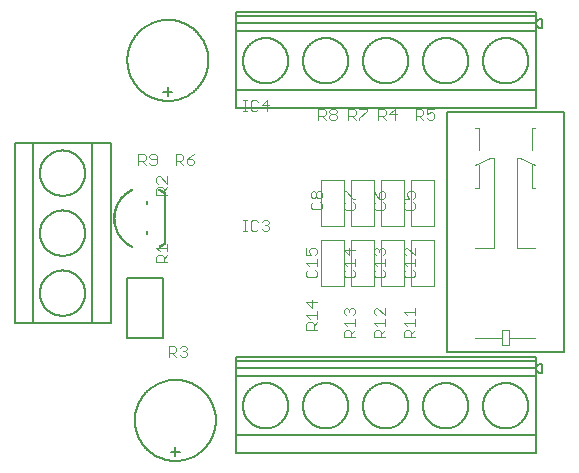
<source format=gbr>
G04 EAGLE Gerber X2 export*
%TF.Part,Single*%
%TF.FileFunction,Legend,Top,1*%
%TF.FilePolarity,Positive*%
%TF.GenerationSoftware,Autodesk,EAGLE,8.7.0*%
%TF.CreationDate,2018-05-23T13:35:31Z*%
G75*
%MOMM*%
%FSLAX34Y34*%
%LPD*%
%AMOC8*
5,1,8,0,0,1.08239X$1,22.5*%
G01*
%ADD10C,0.152400*%
%ADD11C,0.127000*%
%ADD12C,0.050800*%
%ADD13C,0.076200*%
%ADD14C,0.012700*%
%ADD15C,0.203200*%
%ADD16C,0.101600*%


D10*
X196850Y388620D02*
X196850Y396240D01*
X200660Y392430D02*
X193040Y392430D01*
X162560Y419100D02*
X162570Y419942D01*
X162601Y420783D01*
X162653Y421623D01*
X162725Y422461D01*
X162818Y423297D01*
X162931Y424131D01*
X163065Y424962D01*
X163219Y425790D01*
X163393Y426613D01*
X163588Y427432D01*
X163802Y428246D01*
X164037Y429054D01*
X164291Y429856D01*
X164564Y430652D01*
X164858Y431441D01*
X165170Y432222D01*
X165502Y432996D01*
X165852Y433761D01*
X166221Y434517D01*
X166609Y435264D01*
X167015Y436001D01*
X167438Y436729D01*
X167880Y437445D01*
X168339Y438151D01*
X168815Y438844D01*
X169308Y439527D01*
X169818Y440196D01*
X170343Y440853D01*
X170885Y441497D01*
X171443Y442128D01*
X172016Y442744D01*
X172603Y443347D01*
X173206Y443934D01*
X173822Y444507D01*
X174453Y445065D01*
X175097Y445607D01*
X175754Y446132D01*
X176423Y446642D01*
X177106Y447135D01*
X177799Y447611D01*
X178505Y448070D01*
X179221Y448512D01*
X179949Y448935D01*
X180686Y449341D01*
X181433Y449729D01*
X182189Y450098D01*
X182954Y450448D01*
X183728Y450780D01*
X184509Y451092D01*
X185298Y451386D01*
X186094Y451659D01*
X186896Y451913D01*
X187704Y452148D01*
X188518Y452362D01*
X189337Y452557D01*
X190160Y452731D01*
X190988Y452885D01*
X191819Y453019D01*
X192653Y453132D01*
X193489Y453225D01*
X194327Y453297D01*
X195167Y453349D01*
X196008Y453380D01*
X196850Y453390D01*
X197692Y453380D01*
X198533Y453349D01*
X199373Y453297D01*
X200211Y453225D01*
X201047Y453132D01*
X201881Y453019D01*
X202712Y452885D01*
X203540Y452731D01*
X204363Y452557D01*
X205182Y452362D01*
X205996Y452148D01*
X206804Y451913D01*
X207606Y451659D01*
X208402Y451386D01*
X209191Y451092D01*
X209972Y450780D01*
X210746Y450448D01*
X211511Y450098D01*
X212267Y449729D01*
X213014Y449341D01*
X213751Y448935D01*
X214479Y448512D01*
X215195Y448070D01*
X215901Y447611D01*
X216594Y447135D01*
X217277Y446642D01*
X217946Y446132D01*
X218603Y445607D01*
X219247Y445065D01*
X219878Y444507D01*
X220494Y443934D01*
X221097Y443347D01*
X221684Y442744D01*
X222257Y442128D01*
X222815Y441497D01*
X223357Y440853D01*
X223882Y440196D01*
X224392Y439527D01*
X224885Y438844D01*
X225361Y438151D01*
X225820Y437445D01*
X226262Y436729D01*
X226685Y436001D01*
X227091Y435264D01*
X227479Y434517D01*
X227848Y433761D01*
X228198Y432996D01*
X228530Y432222D01*
X228842Y431441D01*
X229136Y430652D01*
X229409Y429856D01*
X229663Y429054D01*
X229898Y428246D01*
X230112Y427432D01*
X230307Y426613D01*
X230481Y425790D01*
X230635Y424962D01*
X230769Y424131D01*
X230882Y423297D01*
X230975Y422461D01*
X231047Y421623D01*
X231099Y420783D01*
X231130Y419942D01*
X231140Y419100D01*
X231130Y418258D01*
X231099Y417417D01*
X231047Y416577D01*
X230975Y415739D01*
X230882Y414903D01*
X230769Y414069D01*
X230635Y413238D01*
X230481Y412410D01*
X230307Y411587D01*
X230112Y410768D01*
X229898Y409954D01*
X229663Y409146D01*
X229409Y408344D01*
X229136Y407548D01*
X228842Y406759D01*
X228530Y405978D01*
X228198Y405204D01*
X227848Y404439D01*
X227479Y403683D01*
X227091Y402936D01*
X226685Y402199D01*
X226262Y401471D01*
X225820Y400755D01*
X225361Y400049D01*
X224885Y399356D01*
X224392Y398673D01*
X223882Y398004D01*
X223357Y397347D01*
X222815Y396703D01*
X222257Y396072D01*
X221684Y395456D01*
X221097Y394853D01*
X220494Y394266D01*
X219878Y393693D01*
X219247Y393135D01*
X218603Y392593D01*
X217946Y392068D01*
X217277Y391558D01*
X216594Y391065D01*
X215901Y390589D01*
X215195Y390130D01*
X214479Y389688D01*
X213751Y389265D01*
X213014Y388859D01*
X212267Y388471D01*
X211511Y388102D01*
X210746Y387752D01*
X209972Y387420D01*
X209191Y387108D01*
X208402Y386814D01*
X207606Y386541D01*
X206804Y386287D01*
X205996Y386052D01*
X205182Y385838D01*
X204363Y385643D01*
X203540Y385469D01*
X202712Y385315D01*
X201881Y385181D01*
X201047Y385068D01*
X200211Y384975D01*
X199373Y384903D01*
X198533Y384851D01*
X197692Y384820D01*
X196850Y384810D01*
X196008Y384820D01*
X195167Y384851D01*
X194327Y384903D01*
X193489Y384975D01*
X192653Y385068D01*
X191819Y385181D01*
X190988Y385315D01*
X190160Y385469D01*
X189337Y385643D01*
X188518Y385838D01*
X187704Y386052D01*
X186896Y386287D01*
X186094Y386541D01*
X185298Y386814D01*
X184509Y387108D01*
X183728Y387420D01*
X182954Y387752D01*
X182189Y388102D01*
X181433Y388471D01*
X180686Y388859D01*
X179949Y389265D01*
X179221Y389688D01*
X178505Y390130D01*
X177799Y390589D01*
X177106Y391065D01*
X176423Y391558D01*
X175754Y392068D01*
X175097Y392593D01*
X174453Y393135D01*
X173822Y393693D01*
X173206Y394266D01*
X172603Y394853D01*
X172016Y395456D01*
X171443Y396072D01*
X170885Y396703D01*
X170343Y397347D01*
X169818Y398004D01*
X169308Y398673D01*
X168815Y399356D01*
X168339Y400049D01*
X167880Y400755D01*
X167438Y401471D01*
X167015Y402199D01*
X166609Y402936D01*
X166221Y403683D01*
X165852Y404439D01*
X165502Y405204D01*
X165170Y405978D01*
X164858Y406759D01*
X164564Y407548D01*
X164291Y408344D01*
X164037Y409146D01*
X163802Y409954D01*
X163588Y410768D01*
X163393Y411587D01*
X163219Y412410D01*
X163065Y413238D01*
X162931Y414069D01*
X162818Y414903D01*
X162725Y415739D01*
X162653Y416577D01*
X162601Y417417D01*
X162570Y418258D01*
X162560Y419100D01*
D11*
X162560Y234950D02*
X162560Y184150D01*
X162560Y234950D02*
X193040Y234950D01*
X193040Y184150D01*
X162560Y184150D01*
D10*
X203200Y91440D02*
X203200Y83820D01*
X207010Y87630D02*
X199390Y87630D01*
X168910Y114300D02*
X168920Y115142D01*
X168951Y115983D01*
X169003Y116823D01*
X169075Y117661D01*
X169168Y118497D01*
X169281Y119331D01*
X169415Y120162D01*
X169569Y120990D01*
X169743Y121813D01*
X169938Y122632D01*
X170152Y123446D01*
X170387Y124254D01*
X170641Y125056D01*
X170914Y125852D01*
X171208Y126641D01*
X171520Y127422D01*
X171852Y128196D01*
X172202Y128961D01*
X172571Y129717D01*
X172959Y130464D01*
X173365Y131201D01*
X173788Y131929D01*
X174230Y132645D01*
X174689Y133351D01*
X175165Y134044D01*
X175658Y134727D01*
X176168Y135396D01*
X176693Y136053D01*
X177235Y136697D01*
X177793Y137328D01*
X178366Y137944D01*
X178953Y138547D01*
X179556Y139134D01*
X180172Y139707D01*
X180803Y140265D01*
X181447Y140807D01*
X182104Y141332D01*
X182773Y141842D01*
X183456Y142335D01*
X184149Y142811D01*
X184855Y143270D01*
X185571Y143712D01*
X186299Y144135D01*
X187036Y144541D01*
X187783Y144929D01*
X188539Y145298D01*
X189304Y145648D01*
X190078Y145980D01*
X190859Y146292D01*
X191648Y146586D01*
X192444Y146859D01*
X193246Y147113D01*
X194054Y147348D01*
X194868Y147562D01*
X195687Y147757D01*
X196510Y147931D01*
X197338Y148085D01*
X198169Y148219D01*
X199003Y148332D01*
X199839Y148425D01*
X200677Y148497D01*
X201517Y148549D01*
X202358Y148580D01*
X203200Y148590D01*
X204042Y148580D01*
X204883Y148549D01*
X205723Y148497D01*
X206561Y148425D01*
X207397Y148332D01*
X208231Y148219D01*
X209062Y148085D01*
X209890Y147931D01*
X210713Y147757D01*
X211532Y147562D01*
X212346Y147348D01*
X213154Y147113D01*
X213956Y146859D01*
X214752Y146586D01*
X215541Y146292D01*
X216322Y145980D01*
X217096Y145648D01*
X217861Y145298D01*
X218617Y144929D01*
X219364Y144541D01*
X220101Y144135D01*
X220829Y143712D01*
X221545Y143270D01*
X222251Y142811D01*
X222944Y142335D01*
X223627Y141842D01*
X224296Y141332D01*
X224953Y140807D01*
X225597Y140265D01*
X226228Y139707D01*
X226844Y139134D01*
X227447Y138547D01*
X228034Y137944D01*
X228607Y137328D01*
X229165Y136697D01*
X229707Y136053D01*
X230232Y135396D01*
X230742Y134727D01*
X231235Y134044D01*
X231711Y133351D01*
X232170Y132645D01*
X232612Y131929D01*
X233035Y131201D01*
X233441Y130464D01*
X233829Y129717D01*
X234198Y128961D01*
X234548Y128196D01*
X234880Y127422D01*
X235192Y126641D01*
X235486Y125852D01*
X235759Y125056D01*
X236013Y124254D01*
X236248Y123446D01*
X236462Y122632D01*
X236657Y121813D01*
X236831Y120990D01*
X236985Y120162D01*
X237119Y119331D01*
X237232Y118497D01*
X237325Y117661D01*
X237397Y116823D01*
X237449Y115983D01*
X237480Y115142D01*
X237490Y114300D01*
X237480Y113458D01*
X237449Y112617D01*
X237397Y111777D01*
X237325Y110939D01*
X237232Y110103D01*
X237119Y109269D01*
X236985Y108438D01*
X236831Y107610D01*
X236657Y106787D01*
X236462Y105968D01*
X236248Y105154D01*
X236013Y104346D01*
X235759Y103544D01*
X235486Y102748D01*
X235192Y101959D01*
X234880Y101178D01*
X234548Y100404D01*
X234198Y99639D01*
X233829Y98883D01*
X233441Y98136D01*
X233035Y97399D01*
X232612Y96671D01*
X232170Y95955D01*
X231711Y95249D01*
X231235Y94556D01*
X230742Y93873D01*
X230232Y93204D01*
X229707Y92547D01*
X229165Y91903D01*
X228607Y91272D01*
X228034Y90656D01*
X227447Y90053D01*
X226844Y89466D01*
X226228Y88893D01*
X225597Y88335D01*
X224953Y87793D01*
X224296Y87268D01*
X223627Y86758D01*
X222944Y86265D01*
X222251Y85789D01*
X221545Y85330D01*
X220829Y84888D01*
X220101Y84465D01*
X219364Y84059D01*
X218617Y83671D01*
X217861Y83302D01*
X217096Y82952D01*
X216322Y82620D01*
X215541Y82308D01*
X214752Y82014D01*
X213956Y81741D01*
X213154Y81487D01*
X212346Y81252D01*
X211532Y81038D01*
X210713Y80843D01*
X209890Y80669D01*
X209062Y80515D01*
X208231Y80381D01*
X207397Y80268D01*
X206561Y80175D01*
X205723Y80103D01*
X204883Y80051D01*
X204042Y80020D01*
X203200Y80010D01*
X202358Y80020D01*
X201517Y80051D01*
X200677Y80103D01*
X199839Y80175D01*
X199003Y80268D01*
X198169Y80381D01*
X197338Y80515D01*
X196510Y80669D01*
X195687Y80843D01*
X194868Y81038D01*
X194054Y81252D01*
X193246Y81487D01*
X192444Y81741D01*
X191648Y82014D01*
X190859Y82308D01*
X190078Y82620D01*
X189304Y82952D01*
X188539Y83302D01*
X187783Y83671D01*
X187036Y84059D01*
X186299Y84465D01*
X185571Y84888D01*
X184855Y85330D01*
X184149Y85789D01*
X183456Y86265D01*
X182773Y86758D01*
X182104Y87268D01*
X181447Y87793D01*
X180803Y88335D01*
X180172Y88893D01*
X179556Y89466D01*
X178953Y90053D01*
X178366Y90656D01*
X177793Y91272D01*
X177235Y91903D01*
X176693Y92547D01*
X176168Y93204D01*
X175658Y93873D01*
X175165Y94556D01*
X174689Y95249D01*
X174230Y95955D01*
X173788Y96671D01*
X173365Y97399D01*
X172959Y98136D01*
X172571Y98883D01*
X172202Y99639D01*
X171852Y100404D01*
X171520Y101178D01*
X171208Y101959D01*
X170914Y102748D01*
X170641Y103544D01*
X170387Y104346D01*
X170152Y105154D01*
X169938Y105968D01*
X169743Y106787D01*
X169569Y107610D01*
X169415Y108438D01*
X169281Y109269D01*
X169168Y110103D01*
X169075Y110939D01*
X169003Y111777D01*
X168951Y112617D01*
X168920Y113458D01*
X168910Y114300D01*
D12*
X422580Y278720D02*
X422580Y318180D01*
X402920Y318180D02*
X402920Y278720D01*
X402920Y318180D02*
X422580Y318180D01*
X422580Y278720D02*
X402920Y278720D01*
D13*
X396613Y297184D02*
X398181Y298752D01*
X396613Y297184D02*
X396613Y294049D01*
X398181Y292481D01*
X404451Y292481D01*
X406019Y294049D01*
X406019Y297184D01*
X404451Y298752D01*
X396613Y301836D02*
X396613Y308107D01*
X396613Y301836D02*
X401316Y301836D01*
X399748Y304972D01*
X399748Y306539D01*
X401316Y308107D01*
X404451Y308107D01*
X406019Y306539D01*
X406019Y303404D01*
X404451Y301836D01*
D12*
X397180Y318180D02*
X397180Y278720D01*
X377520Y278720D02*
X377520Y318180D01*
X397180Y318180D01*
X397180Y278720D02*
X377520Y278720D01*
D13*
X371213Y297184D02*
X372781Y298752D01*
X371213Y297184D02*
X371213Y294049D01*
X372781Y292481D01*
X379051Y292481D01*
X380619Y294049D01*
X380619Y297184D01*
X379051Y298752D01*
X372781Y304972D02*
X371213Y308107D01*
X372781Y304972D02*
X375916Y301836D01*
X379051Y301836D01*
X380619Y303404D01*
X380619Y306539D01*
X379051Y308107D01*
X377484Y308107D01*
X375916Y306539D01*
X375916Y301836D01*
D12*
X371780Y318180D02*
X371780Y278720D01*
X352120Y278720D02*
X352120Y318180D01*
X371780Y318180D01*
X371780Y278720D02*
X352120Y278720D01*
D13*
X345813Y297184D02*
X347381Y298752D01*
X345813Y297184D02*
X345813Y294049D01*
X347381Y292481D01*
X353651Y292481D01*
X355219Y294049D01*
X355219Y297184D01*
X353651Y298752D01*
X345813Y301836D02*
X345813Y308107D01*
X347381Y308107D01*
X353651Y301836D01*
X355219Y301836D01*
D12*
X346380Y318180D02*
X346380Y278720D01*
X326720Y278720D02*
X326720Y318180D01*
X346380Y318180D01*
X346380Y278720D02*
X326720Y278720D01*
D13*
X317873Y297524D02*
X319441Y299091D01*
X317873Y297524D02*
X317873Y294388D01*
X319441Y292821D01*
X325711Y292821D01*
X327279Y294388D01*
X327279Y297524D01*
X325711Y299091D01*
X319441Y302176D02*
X317873Y303743D01*
X317873Y306879D01*
X319441Y308447D01*
X321008Y308447D01*
X322576Y306879D01*
X324144Y308447D01*
X325711Y308447D01*
X327279Y306879D01*
X327279Y303743D01*
X325711Y302176D01*
X324144Y302176D01*
X322576Y303743D01*
X321008Y302176D01*
X319441Y302176D01*
X322576Y303743D02*
X322576Y306879D01*
X263866Y274701D02*
X260731Y274701D01*
X262299Y274701D02*
X262299Y284107D01*
X263866Y284107D02*
X260731Y284107D01*
X271671Y284107D02*
X273238Y282539D01*
X271671Y284107D02*
X268535Y284107D01*
X266968Y282539D01*
X266968Y276269D01*
X268535Y274701D01*
X271671Y274701D01*
X273238Y276269D01*
X276323Y282539D02*
X277891Y284107D01*
X281026Y284107D01*
X282594Y282539D01*
X282594Y280972D01*
X281026Y279404D01*
X279458Y279404D01*
X281026Y279404D02*
X282594Y277836D01*
X282594Y276269D01*
X281026Y274701D01*
X277891Y274701D01*
X276323Y276269D01*
X196469Y248031D02*
X187063Y248031D01*
X187063Y252734D01*
X188631Y254302D01*
X191766Y254302D01*
X193334Y252734D01*
X193334Y248031D01*
X193334Y251166D02*
X196469Y254302D01*
X190198Y257386D02*
X187063Y260522D01*
X196469Y260522D01*
X196469Y263657D02*
X196469Y257386D01*
X196469Y305181D02*
X187063Y305181D01*
X187063Y309884D01*
X188631Y311452D01*
X191766Y311452D01*
X193334Y309884D01*
X193334Y305181D01*
X193334Y308316D02*
X196469Y311452D01*
X196469Y314536D02*
X196469Y320807D01*
X196469Y314536D02*
X190198Y320807D01*
X188631Y320807D01*
X187063Y319239D01*
X187063Y316104D01*
X188631Y314536D01*
X197571Y177427D02*
X197571Y168021D01*
X197571Y177427D02*
X202274Y177427D01*
X203841Y175859D01*
X203841Y172724D01*
X202274Y171156D01*
X197571Y171156D01*
X200706Y171156D02*
X203841Y168021D01*
X206926Y175859D02*
X208493Y177427D01*
X211629Y177427D01*
X213197Y175859D01*
X213197Y174292D01*
X211629Y172724D01*
X210061Y172724D01*
X211629Y172724D02*
X213197Y171156D01*
X213197Y169589D01*
X211629Y168021D01*
X208493Y168021D01*
X206926Y169589D01*
X375031Y368681D02*
X375031Y378087D01*
X379734Y378087D01*
X381302Y376519D01*
X381302Y373384D01*
X379734Y371816D01*
X375031Y371816D01*
X378166Y371816D02*
X381302Y368681D01*
X389089Y368681D02*
X389089Y378087D01*
X384386Y373384D01*
X390657Y373384D01*
X406781Y368681D02*
X406781Y378087D01*
X411484Y378087D01*
X413052Y376519D01*
X413052Y373384D01*
X411484Y371816D01*
X406781Y371816D01*
X409916Y371816D02*
X413052Y368681D01*
X416136Y378087D02*
X422407Y378087D01*
X416136Y378087D02*
X416136Y373384D01*
X419272Y374952D01*
X420839Y374952D01*
X422407Y373384D01*
X422407Y370249D01*
X420839Y368681D01*
X417704Y368681D01*
X416136Y370249D01*
X203581Y339987D02*
X203581Y330581D01*
X203581Y339987D02*
X208284Y339987D01*
X209852Y338419D01*
X209852Y335284D01*
X208284Y333716D01*
X203581Y333716D01*
X206716Y333716D02*
X209852Y330581D01*
X216072Y338419D02*
X219207Y339987D01*
X216072Y338419D02*
X212936Y335284D01*
X212936Y332149D01*
X214504Y330581D01*
X217639Y330581D01*
X219207Y332149D01*
X219207Y333716D01*
X217639Y335284D01*
X212936Y335284D01*
X349631Y368681D02*
X349631Y378087D01*
X354334Y378087D01*
X355902Y376519D01*
X355902Y373384D01*
X354334Y371816D01*
X349631Y371816D01*
X352766Y371816D02*
X355902Y368681D01*
X358986Y378087D02*
X365257Y378087D01*
X365257Y376519D01*
X358986Y370249D01*
X358986Y368681D01*
X324231Y368681D02*
X324231Y378087D01*
X328934Y378087D01*
X330502Y376519D01*
X330502Y373384D01*
X328934Y371816D01*
X324231Y371816D01*
X327366Y371816D02*
X330502Y368681D01*
X333586Y376519D02*
X335154Y378087D01*
X338289Y378087D01*
X339857Y376519D01*
X339857Y374952D01*
X338289Y373384D01*
X339857Y371816D01*
X339857Y370249D01*
X338289Y368681D01*
X335154Y368681D01*
X333586Y370249D01*
X333586Y371816D01*
X335154Y373384D01*
X333586Y374952D01*
X333586Y376519D01*
X335154Y373384D02*
X338289Y373384D01*
X171831Y339987D02*
X171831Y330581D01*
X171831Y339987D02*
X176534Y339987D01*
X178102Y338419D01*
X178102Y335284D01*
X176534Y333716D01*
X171831Y333716D01*
X174966Y333716D02*
X178102Y330581D01*
X181186Y332149D02*
X182754Y330581D01*
X185889Y330581D01*
X187457Y332149D01*
X187457Y338419D01*
X185889Y339987D01*
X182754Y339987D01*
X181186Y338419D01*
X181186Y336852D01*
X182754Y335284D01*
X187457Y335284D01*
D11*
X194310Y306695D02*
X194310Y264805D01*
D14*
X166140Y310370D02*
X166627Y309336D01*
X166052Y309055D01*
X165483Y308760D01*
X164923Y308451D01*
X164370Y308128D01*
X163825Y307792D01*
X163289Y307443D01*
X162761Y307080D01*
X162242Y306705D01*
X161733Y306317D01*
X161233Y305917D01*
X160744Y305504D01*
X160264Y305080D01*
X159795Y304644D01*
X159337Y304197D01*
X158890Y303738D01*
X158455Y303269D01*
X158031Y302789D01*
X157619Y302299D01*
X157219Y301800D01*
X156832Y301290D01*
X156457Y300771D01*
X156095Y300243D01*
X155746Y299706D01*
X155410Y299161D01*
X155088Y298608D01*
X154779Y298047D01*
X154485Y297478D01*
X154204Y296903D01*
X153938Y296321D01*
X153686Y295732D01*
X153448Y295138D01*
X153225Y294538D01*
X153017Y293932D01*
X152824Y293322D01*
X152645Y292707D01*
X152482Y292088D01*
X152334Y291465D01*
X152202Y290839D01*
X152085Y290210D01*
X151983Y289577D01*
X151897Y288943D01*
X151827Y288307D01*
X151772Y287669D01*
X151732Y287030D01*
X151709Y286390D01*
X151701Y285750D01*
X151709Y285110D01*
X151732Y284470D01*
X151772Y283831D01*
X151827Y283193D01*
X151897Y282557D01*
X151983Y281923D01*
X152085Y281290D01*
X152202Y280661D01*
X152334Y280035D01*
X152482Y279412D01*
X152645Y278793D01*
X152824Y278178D01*
X153017Y277568D01*
X153225Y276962D01*
X153448Y276362D01*
X153686Y275768D01*
X153938Y275179D01*
X154204Y274597D01*
X154485Y274022D01*
X154779Y273453D01*
X155088Y272892D01*
X155410Y272339D01*
X155746Y271794D01*
X156095Y271257D01*
X156457Y270729D01*
X156832Y270210D01*
X157219Y269700D01*
X157619Y269201D01*
X158031Y268711D01*
X158455Y268231D01*
X158890Y267762D01*
X159337Y267303D01*
X159795Y266856D01*
X160264Y266420D01*
X160744Y265996D01*
X161233Y265583D01*
X161733Y265183D01*
X162242Y264795D01*
X162761Y264420D01*
X163289Y264057D01*
X163825Y263708D01*
X164370Y263372D01*
X164923Y263049D01*
X165483Y262740D01*
X166052Y262445D01*
X166627Y262164D01*
X166140Y261130D01*
X166140Y261129D01*
X165539Y261423D01*
X164946Y261731D01*
X164361Y262054D01*
X163784Y262390D01*
X163215Y262741D01*
X162655Y263106D01*
X162104Y263484D01*
X161563Y263876D01*
X161031Y264281D01*
X160509Y264699D01*
X159998Y265129D01*
X159498Y265572D01*
X159008Y266027D01*
X158530Y266494D01*
X158064Y266972D01*
X157609Y267462D01*
X157166Y267963D01*
X156736Y268474D01*
X156319Y268996D01*
X155914Y269528D01*
X155523Y270070D01*
X155145Y270621D01*
X154781Y271181D01*
X154430Y271751D01*
X154094Y272328D01*
X153772Y272914D01*
X153464Y273507D01*
X153171Y274107D01*
X152893Y274715D01*
X152630Y275329D01*
X152382Y275950D01*
X152149Y276576D01*
X151932Y277208D01*
X151730Y277846D01*
X151544Y278487D01*
X151374Y279134D01*
X151219Y279784D01*
X151081Y280438D01*
X150959Y281095D01*
X150853Y281755D01*
X150763Y282417D01*
X150689Y283081D01*
X150632Y283747D01*
X150591Y284414D01*
X150566Y285082D01*
X150558Y285750D01*
X150566Y286418D01*
X150591Y287086D01*
X150632Y287753D01*
X150689Y288419D01*
X150763Y289083D01*
X150853Y289745D01*
X150959Y290405D01*
X151081Y291062D01*
X151219Y291716D01*
X151374Y292366D01*
X151544Y293013D01*
X151730Y293654D01*
X151932Y294292D01*
X152149Y294924D01*
X152382Y295550D01*
X152630Y296171D01*
X152893Y296785D01*
X153171Y297393D01*
X153464Y297993D01*
X153772Y298586D01*
X154094Y299172D01*
X154430Y299749D01*
X154781Y300319D01*
X155145Y300879D01*
X155523Y301430D01*
X155914Y301972D01*
X156319Y302504D01*
X156736Y303026D01*
X157166Y303537D01*
X157609Y304038D01*
X158064Y304528D01*
X158530Y305006D01*
X159008Y305473D01*
X159498Y305928D01*
X159998Y306371D01*
X160509Y306801D01*
X161031Y307219D01*
X161563Y307624D01*
X162104Y308016D01*
X162655Y308394D01*
X163215Y308759D01*
X163784Y309110D01*
X164361Y309446D01*
X164946Y309769D01*
X165539Y310077D01*
X166140Y310371D01*
X166191Y310262D01*
X165593Y309970D01*
X165003Y309663D01*
X164420Y309342D01*
X163845Y309007D01*
X163279Y308657D01*
X162722Y308294D01*
X162173Y307918D01*
X161634Y307528D01*
X161105Y307125D01*
X160585Y306709D01*
X160076Y306280D01*
X159578Y305839D01*
X159091Y305386D01*
X158615Y304921D01*
X158150Y304445D01*
X157698Y303957D01*
X157257Y303459D01*
X156829Y302949D01*
X156413Y302430D01*
X156011Y301900D01*
X155621Y301361D01*
X155245Y300812D01*
X154882Y300254D01*
X154533Y299688D01*
X154198Y299113D01*
X153878Y298530D01*
X153571Y297939D01*
X153280Y297341D01*
X153003Y296736D01*
X152741Y296125D01*
X152494Y295507D01*
X152262Y294883D01*
X152046Y294254D01*
X151845Y293620D01*
X151660Y292981D01*
X151490Y292337D01*
X151336Y291690D01*
X151199Y291039D01*
X151077Y290385D01*
X150971Y289728D01*
X150882Y289068D01*
X150808Y288407D01*
X150751Y287744D01*
X150711Y287080D01*
X150686Y286415D01*
X150678Y285750D01*
X150686Y285085D01*
X150711Y284420D01*
X150751Y283756D01*
X150808Y283093D01*
X150882Y282432D01*
X150971Y281772D01*
X151077Y281115D01*
X151199Y280461D01*
X151336Y279810D01*
X151490Y279163D01*
X151660Y278519D01*
X151845Y277880D01*
X152046Y277246D01*
X152262Y276617D01*
X152494Y275993D01*
X152741Y275375D01*
X153003Y274764D01*
X153280Y274159D01*
X153571Y273561D01*
X153878Y272970D01*
X154198Y272387D01*
X154533Y271812D01*
X154882Y271246D01*
X155245Y270688D01*
X155621Y270139D01*
X156011Y269600D01*
X156413Y269070D01*
X156829Y268551D01*
X157257Y268041D01*
X157698Y267543D01*
X158150Y267055D01*
X158615Y266579D01*
X159091Y266114D01*
X159578Y265661D01*
X160076Y265220D01*
X160585Y264791D01*
X161105Y264375D01*
X161634Y263972D01*
X162173Y263582D01*
X162722Y263206D01*
X163279Y262843D01*
X163845Y262493D01*
X164420Y262158D01*
X165003Y261837D01*
X165593Y261530D01*
X166191Y261238D01*
X166242Y261347D01*
X165647Y261637D01*
X165059Y261943D01*
X164479Y262263D01*
X163907Y262596D01*
X163343Y262944D01*
X162788Y263306D01*
X162242Y263681D01*
X161705Y264069D01*
X161178Y264470D01*
X160661Y264884D01*
X160155Y265311D01*
X159659Y265750D01*
X159174Y266201D01*
X158700Y266664D01*
X158237Y267138D01*
X157787Y267624D01*
X157348Y268120D01*
X156922Y268627D01*
X156508Y269144D01*
X156107Y269671D01*
X155719Y270208D01*
X155344Y270755D01*
X154983Y271310D01*
X154636Y271874D01*
X154303Y272446D01*
X153983Y273027D01*
X153678Y273615D01*
X153388Y274210D01*
X153112Y274813D01*
X152851Y275421D01*
X152606Y276036D01*
X152375Y276657D01*
X152160Y277284D01*
X151960Y277915D01*
X151775Y278552D01*
X151606Y279192D01*
X151453Y279837D01*
X151316Y280485D01*
X151195Y281136D01*
X151090Y281790D01*
X151001Y282446D01*
X150928Y283105D01*
X150871Y283765D01*
X150830Y284426D01*
X150806Y285088D01*
X150798Y285750D01*
X150806Y286412D01*
X150830Y287074D01*
X150871Y287735D01*
X150928Y288395D01*
X151001Y289054D01*
X151090Y289710D01*
X151195Y290364D01*
X151316Y291015D01*
X151453Y291663D01*
X151606Y292308D01*
X151775Y292948D01*
X151960Y293585D01*
X152160Y294216D01*
X152375Y294843D01*
X152606Y295464D01*
X152851Y296079D01*
X153112Y296687D01*
X153388Y297290D01*
X153678Y297885D01*
X153983Y298473D01*
X154303Y299054D01*
X154636Y299626D01*
X154983Y300190D01*
X155344Y300745D01*
X155719Y301292D01*
X156107Y301829D01*
X156508Y302356D01*
X156922Y302873D01*
X157348Y303380D01*
X157787Y303876D01*
X158237Y304362D01*
X158700Y304836D01*
X159174Y305299D01*
X159659Y305750D01*
X160155Y306189D01*
X160661Y306616D01*
X161178Y307030D01*
X161705Y307431D01*
X162242Y307819D01*
X162788Y308194D01*
X163343Y308556D01*
X163907Y308904D01*
X164479Y309237D01*
X165059Y309557D01*
X165647Y309863D01*
X166242Y310153D01*
X166293Y310045D01*
X165701Y309755D01*
X165116Y309451D01*
X164538Y309133D01*
X163968Y308801D01*
X163407Y308454D01*
X162855Y308094D01*
X162311Y307721D01*
X161777Y307335D01*
X161252Y306935D01*
X160737Y306523D01*
X160233Y306098D01*
X159739Y305661D01*
X159256Y305212D01*
X158784Y304751D01*
X158324Y304279D01*
X157875Y303796D01*
X157439Y303302D01*
X157014Y302797D01*
X156602Y302282D01*
X156203Y301757D01*
X155817Y301222D01*
X155444Y300678D01*
X155085Y300126D01*
X154739Y299564D01*
X154407Y298994D01*
X154089Y298416D01*
X153786Y297831D01*
X153497Y297238D01*
X153222Y296639D01*
X152962Y296033D01*
X152718Y295420D01*
X152488Y294802D01*
X152273Y294178D01*
X152074Y293550D01*
X151891Y292916D01*
X151723Y292279D01*
X151571Y291637D01*
X151434Y290992D01*
X151313Y290344D01*
X151209Y289693D01*
X151120Y289039D01*
X151047Y288384D01*
X150991Y287727D01*
X150950Y287068D01*
X150926Y286409D01*
X150918Y285750D01*
X150926Y285091D01*
X150950Y284432D01*
X150991Y283773D01*
X151047Y283116D01*
X151120Y282461D01*
X151209Y281807D01*
X151313Y281156D01*
X151434Y280508D01*
X151571Y279863D01*
X151723Y279221D01*
X151891Y278584D01*
X152074Y277950D01*
X152273Y277322D01*
X152488Y276698D01*
X152718Y276080D01*
X152962Y275467D01*
X153222Y274861D01*
X153497Y274262D01*
X153786Y273669D01*
X154089Y273084D01*
X154407Y272506D01*
X154739Y271936D01*
X155085Y271374D01*
X155444Y270822D01*
X155817Y270278D01*
X156203Y269743D01*
X156602Y269218D01*
X157014Y268703D01*
X157439Y268198D01*
X157875Y267704D01*
X158324Y267221D01*
X158784Y266749D01*
X159256Y266288D01*
X159739Y265839D01*
X160233Y265402D01*
X160737Y264977D01*
X161252Y264565D01*
X161777Y264165D01*
X162311Y263779D01*
X162855Y263406D01*
X163407Y263046D01*
X163968Y262699D01*
X164538Y262367D01*
X165116Y262049D01*
X165701Y261745D01*
X166293Y261455D01*
X166344Y261564D01*
X165755Y261852D01*
X165172Y262155D01*
X164597Y262472D01*
X164030Y262802D01*
X163471Y263147D01*
X162921Y263505D01*
X162380Y263877D01*
X161848Y264262D01*
X161326Y264660D01*
X160813Y265070D01*
X160311Y265493D01*
X159820Y265928D01*
X159339Y266375D01*
X158869Y266834D01*
X158411Y267304D01*
X157964Y267785D01*
X157529Y268277D01*
X157107Y268779D01*
X156697Y269292D01*
X156300Y269815D01*
X155915Y270347D01*
X155544Y270888D01*
X155186Y271439D01*
X154842Y271998D01*
X154511Y272565D01*
X154195Y273140D01*
X153893Y273723D01*
X153605Y274313D01*
X153332Y274910D01*
X153073Y275513D01*
X152830Y276123D01*
X152601Y276738D01*
X152387Y277359D01*
X152189Y277985D01*
X152006Y278616D01*
X151839Y279250D01*
X151688Y279889D01*
X151552Y280532D01*
X151432Y281177D01*
X151327Y281825D01*
X151239Y282476D01*
X151167Y283128D01*
X151110Y283782D01*
X151070Y284437D01*
X151046Y285094D01*
X151038Y285750D01*
X151046Y286406D01*
X151070Y287063D01*
X151110Y287718D01*
X151167Y288372D01*
X151239Y289024D01*
X151327Y289675D01*
X151432Y290323D01*
X151552Y290968D01*
X151688Y291611D01*
X151839Y292250D01*
X152006Y292884D01*
X152189Y293515D01*
X152387Y294141D01*
X152601Y294762D01*
X152830Y295377D01*
X153073Y295987D01*
X153332Y296590D01*
X153605Y297187D01*
X153893Y297777D01*
X154195Y298360D01*
X154511Y298935D01*
X154842Y299502D01*
X155186Y300061D01*
X155544Y300612D01*
X155915Y301153D01*
X156300Y301685D01*
X156697Y302208D01*
X157107Y302721D01*
X157529Y303223D01*
X157964Y303715D01*
X158411Y304196D01*
X158869Y304666D01*
X159339Y305125D01*
X159820Y305572D01*
X160311Y306007D01*
X160813Y306430D01*
X161326Y306840D01*
X161848Y307238D01*
X162380Y307623D01*
X162921Y307995D01*
X163471Y308353D01*
X164030Y308698D01*
X164597Y309028D01*
X165172Y309345D01*
X165755Y309648D01*
X166344Y309936D01*
X166395Y309828D01*
X165808Y309541D01*
X165228Y309239D01*
X164656Y308924D01*
X164091Y308595D01*
X163535Y308251D01*
X162988Y307895D01*
X162449Y307525D01*
X161919Y307142D01*
X161399Y306746D01*
X160889Y306337D01*
X160389Y305916D01*
X159900Y305483D01*
X159421Y305038D01*
X158954Y304581D01*
X158498Y304113D01*
X158053Y303634D01*
X157620Y303145D01*
X157200Y302644D01*
X156791Y302134D01*
X156396Y301614D01*
X156013Y301084D01*
X155644Y300545D01*
X155287Y299997D01*
X154945Y299441D01*
X154616Y298876D01*
X154301Y298303D01*
X154000Y297723D01*
X153713Y297136D01*
X153441Y296541D01*
X153184Y295941D01*
X152941Y295334D01*
X152714Y294721D01*
X152501Y294103D01*
X152304Y293480D01*
X152122Y292852D01*
X151956Y292220D01*
X151805Y291584D01*
X151669Y290945D01*
X151550Y290303D01*
X151446Y289657D01*
X151358Y289010D01*
X151286Y288360D01*
X151230Y287709D01*
X151190Y287057D01*
X151166Y286404D01*
X151158Y285750D01*
X151166Y285096D01*
X151190Y284443D01*
X151230Y283791D01*
X151286Y283140D01*
X151358Y282490D01*
X151446Y281843D01*
X151550Y281197D01*
X151669Y280555D01*
X151805Y279916D01*
X151956Y279280D01*
X152122Y278648D01*
X152304Y278020D01*
X152501Y277397D01*
X152714Y276779D01*
X152941Y276166D01*
X153184Y275559D01*
X153441Y274959D01*
X153713Y274364D01*
X154000Y273777D01*
X154301Y273197D01*
X154616Y272624D01*
X154945Y272059D01*
X155287Y271503D01*
X155644Y270955D01*
X156013Y270416D01*
X156396Y269886D01*
X156791Y269366D01*
X157200Y268856D01*
X157620Y268355D01*
X158053Y267866D01*
X158498Y267387D01*
X158954Y266919D01*
X159421Y266462D01*
X159900Y266017D01*
X160389Y265584D01*
X160889Y265163D01*
X161399Y264754D01*
X161919Y264358D01*
X162449Y263975D01*
X162988Y263605D01*
X163535Y263249D01*
X164091Y262905D01*
X164656Y262576D01*
X165228Y262261D01*
X165808Y261959D01*
X166395Y261672D01*
X166447Y261781D01*
X165862Y262067D01*
X165285Y262367D01*
X164715Y262681D01*
X164153Y263008D01*
X163599Y263350D01*
X163054Y263705D01*
X162518Y264073D01*
X161991Y264455D01*
X161473Y264849D01*
X160965Y265256D01*
X160468Y265675D01*
X159981Y266106D01*
X159504Y266549D01*
X159039Y267004D01*
X158584Y267469D01*
X158142Y267946D01*
X157711Y268434D01*
X157292Y268932D01*
X156886Y269440D01*
X156492Y269958D01*
X156111Y270485D01*
X155743Y271022D01*
X155389Y271567D01*
X155048Y272121D01*
X154720Y272683D01*
X154407Y273253D01*
X154107Y273831D01*
X153822Y274416D01*
X153551Y275007D01*
X153295Y275605D01*
X153053Y276210D01*
X152827Y276819D01*
X152615Y277435D01*
X152419Y278055D01*
X152238Y278680D01*
X152072Y279309D01*
X151922Y279942D01*
X151787Y280578D01*
X151668Y281218D01*
X151565Y281860D01*
X151477Y282505D01*
X151406Y283152D01*
X151350Y283800D01*
X151310Y284449D01*
X151286Y285099D01*
X151278Y285750D01*
X151286Y286401D01*
X151310Y287051D01*
X151350Y287700D01*
X151406Y288348D01*
X151477Y288995D01*
X151565Y289640D01*
X151668Y290282D01*
X151787Y290922D01*
X151922Y291558D01*
X152072Y292191D01*
X152238Y292820D01*
X152419Y293445D01*
X152615Y294065D01*
X152827Y294681D01*
X153053Y295290D01*
X153295Y295895D01*
X153551Y296493D01*
X153822Y297084D01*
X154107Y297669D01*
X154407Y298247D01*
X154720Y298817D01*
X155048Y299379D01*
X155389Y299933D01*
X155743Y300478D01*
X156111Y301015D01*
X156492Y301542D01*
X156886Y302060D01*
X157292Y302568D01*
X157711Y303066D01*
X158142Y303554D01*
X158584Y304031D01*
X159039Y304496D01*
X159504Y304951D01*
X159981Y305394D01*
X160468Y305825D01*
X160965Y306244D01*
X161473Y306651D01*
X161991Y307045D01*
X162518Y307427D01*
X163054Y307795D01*
X163599Y308150D01*
X164153Y308492D01*
X164715Y308819D01*
X165285Y309133D01*
X165862Y309433D01*
X166447Y309719D01*
X166498Y309610D01*
X165916Y309326D01*
X165341Y309027D01*
X164774Y308715D01*
X164215Y308388D01*
X163663Y308048D01*
X163121Y307695D01*
X162587Y307328D01*
X162062Y306949D01*
X161547Y306556D01*
X161041Y306151D01*
X160546Y305734D01*
X160061Y305305D01*
X159587Y304864D01*
X159123Y304411D01*
X158671Y303948D01*
X158231Y303473D01*
X157802Y302988D01*
X157385Y302492D01*
X156980Y301986D01*
X156588Y301471D01*
X156209Y300946D01*
X155843Y300411D01*
X155490Y299868D01*
X155150Y299317D01*
X154824Y298757D01*
X154512Y298190D01*
X154214Y297615D01*
X153930Y297033D01*
X153661Y296444D01*
X153406Y295849D01*
X153165Y295247D01*
X152940Y294640D01*
X152729Y294028D01*
X152534Y293410D01*
X152353Y292788D01*
X152188Y292162D01*
X152039Y291532D01*
X151905Y290898D01*
X151786Y290261D01*
X151683Y289622D01*
X151596Y288980D01*
X151525Y288337D01*
X151469Y287691D01*
X151430Y287045D01*
X151406Y286398D01*
X151398Y285750D01*
X151406Y285102D01*
X151430Y284455D01*
X151469Y283809D01*
X151525Y283163D01*
X151596Y282520D01*
X151683Y281878D01*
X151786Y281239D01*
X151905Y280602D01*
X152039Y279968D01*
X152188Y279338D01*
X152353Y278712D01*
X152534Y278090D01*
X152729Y277472D01*
X152940Y276860D01*
X153165Y276253D01*
X153406Y275651D01*
X153661Y275056D01*
X153930Y274467D01*
X154214Y273885D01*
X154512Y273310D01*
X154824Y272743D01*
X155150Y272183D01*
X155490Y271632D01*
X155843Y271089D01*
X156209Y270554D01*
X156588Y270029D01*
X156980Y269514D01*
X157385Y269008D01*
X157802Y268512D01*
X158231Y268027D01*
X158671Y267552D01*
X159123Y267089D01*
X159587Y266636D01*
X160061Y266195D01*
X160546Y265766D01*
X161041Y265349D01*
X161547Y264944D01*
X162062Y264551D01*
X162587Y264172D01*
X163121Y263805D01*
X163663Y263452D01*
X164215Y263112D01*
X164774Y262785D01*
X165341Y262473D01*
X165916Y262174D01*
X166498Y261890D01*
X166549Y261998D01*
X165970Y262281D01*
X165397Y262578D01*
X164833Y262890D01*
X164276Y263215D01*
X163727Y263553D01*
X163187Y263905D01*
X162656Y264270D01*
X162133Y264648D01*
X161621Y265038D01*
X161117Y265442D01*
X160624Y265857D01*
X160141Y266284D01*
X159669Y266723D01*
X159208Y267174D01*
X158758Y267635D01*
X158319Y268108D01*
X157893Y268591D01*
X157478Y269084D01*
X157075Y269588D01*
X156685Y270101D01*
X156307Y270624D01*
X155943Y271155D01*
X155591Y271696D01*
X155253Y272245D01*
X154929Y272802D01*
X154618Y273367D01*
X154321Y273939D01*
X154039Y274519D01*
X153770Y275105D01*
X153517Y275697D01*
X153277Y276296D01*
X153053Y276900D01*
X152843Y277510D01*
X152649Y278125D01*
X152469Y278744D01*
X152305Y279367D01*
X152156Y279995D01*
X152022Y280625D01*
X151905Y281259D01*
X151802Y281896D01*
X151715Y282534D01*
X151644Y283175D01*
X151589Y283818D01*
X151550Y284461D01*
X151526Y285105D01*
X151518Y285750D01*
X151526Y286395D01*
X151550Y287039D01*
X151589Y287682D01*
X151644Y288325D01*
X151715Y288966D01*
X151802Y289604D01*
X151905Y290241D01*
X152022Y290875D01*
X152156Y291505D01*
X152305Y292133D01*
X152469Y292756D01*
X152649Y293375D01*
X152843Y293990D01*
X153053Y294600D01*
X153277Y295204D01*
X153517Y295803D01*
X153770Y296395D01*
X154039Y296981D01*
X154321Y297561D01*
X154618Y298133D01*
X154929Y298698D01*
X155253Y299255D01*
X155591Y299804D01*
X155943Y300345D01*
X156307Y300876D01*
X156685Y301399D01*
X157075Y301912D01*
X157478Y302416D01*
X157893Y302909D01*
X158319Y303392D01*
X158758Y303865D01*
X159208Y304326D01*
X159669Y304777D01*
X160141Y305216D01*
X160624Y305643D01*
X161117Y306058D01*
X161621Y306462D01*
X162133Y306852D01*
X162656Y307230D01*
X163187Y307595D01*
X163727Y307947D01*
X164276Y308285D01*
X164833Y308610D01*
X165397Y308922D01*
X165970Y309219D01*
X166549Y309502D01*
X166600Y309393D01*
X166023Y309112D01*
X165454Y308816D01*
X164892Y308506D01*
X164338Y308182D01*
X163791Y307845D01*
X163254Y307495D01*
X162725Y307132D01*
X162205Y306756D01*
X161694Y306367D01*
X161193Y305966D01*
X160703Y305552D01*
X160222Y305127D01*
X159752Y304690D01*
X159293Y304241D01*
X158845Y303782D01*
X158408Y303312D01*
X157983Y302831D01*
X157570Y302339D01*
X157170Y301838D01*
X156781Y301327D01*
X156405Y300807D01*
X156042Y300278D01*
X155693Y299740D01*
X155356Y299193D01*
X155033Y298639D01*
X154724Y298077D01*
X154429Y297507D01*
X154147Y296930D01*
X153880Y296347D01*
X153627Y295757D01*
X153389Y295161D01*
X153166Y294559D01*
X152957Y293952D01*
X152763Y293340D01*
X152585Y292724D01*
X152421Y292103D01*
X152273Y291479D01*
X152140Y290851D01*
X152023Y290220D01*
X151921Y289587D01*
X151835Y288951D01*
X151764Y288313D01*
X151709Y287674D01*
X151669Y287033D01*
X151646Y286392D01*
X151638Y285750D01*
X151646Y285108D01*
X151669Y284467D01*
X151709Y283826D01*
X151764Y283187D01*
X151835Y282549D01*
X151921Y281913D01*
X152023Y281280D01*
X152140Y280649D01*
X152273Y280021D01*
X152421Y279397D01*
X152585Y278776D01*
X152763Y278160D01*
X152957Y277548D01*
X153166Y276941D01*
X153389Y276339D01*
X153627Y275743D01*
X153880Y275153D01*
X154147Y274570D01*
X154429Y273993D01*
X154724Y273423D01*
X155033Y272861D01*
X155356Y272307D01*
X155693Y271760D01*
X156042Y271222D01*
X156405Y270693D01*
X156781Y270173D01*
X157170Y269662D01*
X157570Y269161D01*
X157983Y268669D01*
X158408Y268188D01*
X158845Y267718D01*
X159293Y267259D01*
X159752Y266810D01*
X160222Y266373D01*
X160703Y265948D01*
X161193Y265534D01*
X161694Y265133D01*
X162205Y264744D01*
X162725Y264368D01*
X163254Y264005D01*
X163791Y263655D01*
X164338Y263318D01*
X164892Y262994D01*
X165454Y262684D01*
X166023Y262388D01*
X166600Y262107D01*
X189459Y261130D02*
X188973Y262165D01*
X188973Y262164D02*
X189496Y262419D01*
X190012Y262685D01*
X190523Y262963D01*
X191027Y263252D01*
X191525Y263552D01*
X192016Y263863D01*
X192500Y264185D01*
X192976Y264518D01*
X193445Y264861D01*
X193906Y265214D01*
X194614Y264317D01*
X194132Y263947D01*
X193642Y263589D01*
X193144Y263241D01*
X192639Y262905D01*
X192126Y262580D01*
X191606Y262266D01*
X191079Y261964D01*
X190546Y261674D01*
X190006Y261396D01*
X189460Y261130D01*
X189409Y261238D01*
X189952Y261503D01*
X190490Y261780D01*
X191021Y262069D01*
X191545Y262370D01*
X192063Y262682D01*
X192573Y263005D01*
X193077Y263340D01*
X193572Y263686D01*
X194060Y264043D01*
X194540Y264411D01*
X194465Y264505D01*
X193988Y264139D01*
X193502Y263784D01*
X193009Y263439D01*
X192508Y263106D01*
X192000Y262784D01*
X191484Y262473D01*
X190962Y262174D01*
X190434Y261886D01*
X189899Y261611D01*
X189358Y261347D01*
X189307Y261456D01*
X189845Y261718D01*
X190378Y261992D01*
X190904Y262279D01*
X191424Y262576D01*
X191937Y262886D01*
X192442Y263206D01*
X192941Y263538D01*
X193432Y263881D01*
X193916Y264235D01*
X194391Y264600D01*
X194317Y264694D01*
X193844Y264331D01*
X193362Y263979D01*
X192873Y263637D01*
X192377Y263307D01*
X191873Y262988D01*
X191363Y262680D01*
X190845Y262383D01*
X190322Y262099D01*
X189792Y261825D01*
X189255Y261564D01*
X189204Y261673D01*
X189738Y261933D01*
X190266Y262205D01*
X190787Y262488D01*
X191302Y262783D01*
X191810Y263090D01*
X192312Y263408D01*
X192806Y263737D01*
X193292Y264076D01*
X193771Y264427D01*
X194243Y264788D01*
X194168Y264882D01*
X193699Y264523D01*
X193223Y264174D01*
X192738Y263836D01*
X192246Y263508D01*
X191747Y263192D01*
X191241Y262887D01*
X190729Y262593D01*
X190210Y262311D01*
X189684Y262040D01*
X189153Y261781D01*
X189102Y261890D01*
X189631Y262148D01*
X190154Y262417D01*
X190670Y262698D01*
X191180Y262990D01*
X191684Y263294D01*
X192181Y263609D01*
X192670Y263935D01*
X193153Y264271D01*
X193627Y264619D01*
X194094Y264976D01*
X194020Y265071D01*
X193555Y264715D01*
X193083Y264369D01*
X192603Y264034D01*
X192115Y263710D01*
X191621Y263396D01*
X191120Y263094D01*
X190612Y262803D01*
X190098Y262523D01*
X189577Y262255D01*
X189051Y261998D01*
X189000Y262107D01*
X189524Y262362D01*
X190042Y262629D01*
X190553Y262908D01*
X191059Y263197D01*
X191558Y263498D01*
X192050Y263810D01*
X192535Y264133D01*
X193013Y264466D01*
X193483Y264811D01*
X193945Y265165D01*
D11*
X179070Y271709D02*
X179070Y274391D01*
X179070Y297109D02*
X179070Y299791D01*
D14*
X194614Y307183D02*
X193906Y306285D01*
X193906Y306286D02*
X193424Y306655D01*
X192934Y307013D01*
X192435Y307359D01*
X191928Y307694D01*
X191414Y308016D01*
X190892Y308327D01*
X190364Y308626D01*
X189828Y308912D01*
X189286Y309185D01*
X188738Y309446D01*
X189214Y310485D01*
X189787Y310213D01*
X190353Y309927D01*
X190913Y309628D01*
X191465Y309316D01*
X192010Y308991D01*
X192548Y308654D01*
X193077Y308305D01*
X193598Y307943D01*
X194110Y307569D01*
X194614Y307183D01*
X194540Y307089D01*
X194038Y307473D01*
X193528Y307845D01*
X193010Y308205D01*
X192483Y308553D01*
X191948Y308889D01*
X191405Y309212D01*
X190855Y309523D01*
X190298Y309820D01*
X189734Y310105D01*
X189164Y310376D01*
X189114Y310267D01*
X189682Y309997D01*
X190243Y309714D01*
X190797Y309417D01*
X191345Y309108D01*
X191885Y308787D01*
X192418Y308453D01*
X192942Y308106D01*
X193458Y307747D01*
X193966Y307377D01*
X194465Y306995D01*
X194391Y306900D01*
X193894Y307281D01*
X193389Y307650D01*
X192875Y308007D01*
X192353Y308352D01*
X191822Y308684D01*
X191285Y309005D01*
X190740Y309312D01*
X190188Y309607D01*
X189629Y309889D01*
X189064Y310158D01*
X189014Y310049D01*
X189576Y309781D01*
X190133Y309500D01*
X190682Y309207D01*
X191225Y308901D01*
X191760Y308582D01*
X192288Y308251D01*
X192807Y307907D01*
X193319Y307552D01*
X193822Y307185D01*
X194317Y306806D01*
X194243Y306712D01*
X193750Y307089D01*
X193249Y307454D01*
X192740Y307808D01*
X192223Y308150D01*
X191697Y308480D01*
X191164Y308797D01*
X190624Y309102D01*
X190078Y309394D01*
X189524Y309673D01*
X188964Y309940D01*
X188914Y309831D01*
X189471Y309565D01*
X190022Y309287D01*
X190567Y308996D01*
X191104Y308693D01*
X191635Y308377D01*
X192158Y308049D01*
X192673Y307709D01*
X193180Y307357D01*
X193678Y306993D01*
X194168Y306618D01*
X194094Y306524D01*
X193606Y306897D01*
X193110Y307259D01*
X192605Y307610D01*
X192092Y307948D01*
X191572Y308275D01*
X191044Y308589D01*
X190509Y308891D01*
X189967Y309181D01*
X189419Y309458D01*
X188864Y309722D01*
X188814Y309612D01*
X189366Y309350D01*
X189912Y309074D01*
X190451Y308786D01*
X190984Y308485D01*
X191509Y308172D01*
X192027Y307847D01*
X192538Y307510D01*
X193040Y307162D01*
X193534Y306801D01*
X194020Y306429D01*
X193945Y306335D01*
X193462Y306705D01*
X192970Y307064D01*
X192470Y307411D01*
X191962Y307747D01*
X191447Y308070D01*
X190924Y308382D01*
X190394Y308681D01*
X189857Y308968D01*
X189313Y309242D01*
X188764Y309503D01*
D15*
X148450Y349039D02*
X148450Y196639D01*
X82707Y196639D02*
X82707Y349039D01*
X127505Y196639D02*
X132429Y196639D01*
X137080Y196639D02*
X139229Y196639D01*
X141220Y196639D01*
X137080Y196639D02*
X132429Y196639D01*
X87537Y196639D02*
X82707Y196639D01*
X87537Y196639D02*
X127505Y196639D01*
X132429Y196639D02*
X132429Y349039D01*
X127505Y349039D01*
X132429Y349039D02*
X139229Y349039D01*
X127505Y349039D02*
X87537Y349039D01*
X82707Y349039D01*
X67450Y349039D01*
X141220Y196639D02*
X145450Y196639D01*
X145450Y349039D02*
X139229Y349039D01*
X67450Y349039D02*
X67450Y196639D01*
X82707Y196639D01*
X145450Y196639D02*
X148450Y196639D01*
X148450Y349039D02*
X145450Y349039D01*
X88550Y222039D02*
X88556Y222509D01*
X88573Y222979D01*
X88602Y223448D01*
X88642Y223916D01*
X88694Y224383D01*
X88757Y224849D01*
X88832Y225313D01*
X88918Y225775D01*
X89015Y226235D01*
X89124Y226692D01*
X89244Y227147D01*
X89375Y227598D01*
X89517Y228046D01*
X89669Y228490D01*
X89833Y228931D01*
X90008Y229367D01*
X90193Y229799D01*
X90389Y230227D01*
X90595Y230649D01*
X90811Y231066D01*
X91038Y231478D01*
X91274Y231884D01*
X91521Y232284D01*
X91777Y232678D01*
X92043Y233066D01*
X92319Y233447D01*
X92603Y233821D01*
X92897Y234188D01*
X93199Y234547D01*
X93511Y234899D01*
X93831Y235244D01*
X94159Y235580D01*
X94495Y235908D01*
X94840Y236228D01*
X95192Y236540D01*
X95551Y236842D01*
X95918Y237136D01*
X96292Y237420D01*
X96673Y237696D01*
X97061Y237962D01*
X97455Y238218D01*
X97855Y238465D01*
X98261Y238701D01*
X98673Y238928D01*
X99090Y239144D01*
X99512Y239350D01*
X99940Y239546D01*
X100372Y239731D01*
X100808Y239906D01*
X101249Y240070D01*
X101693Y240222D01*
X102141Y240364D01*
X102592Y240495D01*
X103047Y240615D01*
X103504Y240724D01*
X103964Y240821D01*
X104426Y240907D01*
X104890Y240982D01*
X105356Y241045D01*
X105823Y241097D01*
X106291Y241137D01*
X106760Y241166D01*
X107230Y241183D01*
X107700Y241189D01*
X108170Y241183D01*
X108640Y241166D01*
X109109Y241137D01*
X109577Y241097D01*
X110044Y241045D01*
X110510Y240982D01*
X110974Y240907D01*
X111436Y240821D01*
X111896Y240724D01*
X112353Y240615D01*
X112808Y240495D01*
X113259Y240364D01*
X113707Y240222D01*
X114151Y240070D01*
X114592Y239906D01*
X115028Y239731D01*
X115460Y239546D01*
X115888Y239350D01*
X116310Y239144D01*
X116727Y238928D01*
X117139Y238701D01*
X117545Y238465D01*
X117945Y238218D01*
X118339Y237962D01*
X118727Y237696D01*
X119108Y237420D01*
X119482Y237136D01*
X119849Y236842D01*
X120208Y236540D01*
X120560Y236228D01*
X120905Y235908D01*
X121241Y235580D01*
X121569Y235244D01*
X121889Y234899D01*
X122201Y234547D01*
X122503Y234188D01*
X122797Y233821D01*
X123081Y233447D01*
X123357Y233066D01*
X123623Y232678D01*
X123879Y232284D01*
X124126Y231884D01*
X124362Y231478D01*
X124589Y231066D01*
X124805Y230649D01*
X125011Y230227D01*
X125207Y229799D01*
X125392Y229367D01*
X125567Y228931D01*
X125731Y228490D01*
X125883Y228046D01*
X126025Y227598D01*
X126156Y227147D01*
X126276Y226692D01*
X126385Y226235D01*
X126482Y225775D01*
X126568Y225313D01*
X126643Y224849D01*
X126706Y224383D01*
X126758Y223916D01*
X126798Y223448D01*
X126827Y222979D01*
X126844Y222509D01*
X126850Y222039D01*
X126844Y221569D01*
X126827Y221099D01*
X126798Y220630D01*
X126758Y220162D01*
X126706Y219695D01*
X126643Y219229D01*
X126568Y218765D01*
X126482Y218303D01*
X126385Y217843D01*
X126276Y217386D01*
X126156Y216931D01*
X126025Y216480D01*
X125883Y216032D01*
X125731Y215588D01*
X125567Y215147D01*
X125392Y214711D01*
X125207Y214279D01*
X125011Y213851D01*
X124805Y213429D01*
X124589Y213012D01*
X124362Y212600D01*
X124126Y212194D01*
X123879Y211794D01*
X123623Y211400D01*
X123357Y211012D01*
X123081Y210631D01*
X122797Y210257D01*
X122503Y209890D01*
X122201Y209531D01*
X121889Y209179D01*
X121569Y208834D01*
X121241Y208498D01*
X120905Y208170D01*
X120560Y207850D01*
X120208Y207538D01*
X119849Y207236D01*
X119482Y206942D01*
X119108Y206658D01*
X118727Y206382D01*
X118339Y206116D01*
X117945Y205860D01*
X117545Y205613D01*
X117139Y205377D01*
X116727Y205150D01*
X116310Y204934D01*
X115888Y204728D01*
X115460Y204532D01*
X115028Y204347D01*
X114592Y204172D01*
X114151Y204008D01*
X113707Y203856D01*
X113259Y203714D01*
X112808Y203583D01*
X112353Y203463D01*
X111896Y203354D01*
X111436Y203257D01*
X110974Y203171D01*
X110510Y203096D01*
X110044Y203033D01*
X109577Y202981D01*
X109109Y202941D01*
X108640Y202912D01*
X108170Y202895D01*
X107700Y202889D01*
X107230Y202895D01*
X106760Y202912D01*
X106291Y202941D01*
X105823Y202981D01*
X105356Y203033D01*
X104890Y203096D01*
X104426Y203171D01*
X103964Y203257D01*
X103504Y203354D01*
X103047Y203463D01*
X102592Y203583D01*
X102141Y203714D01*
X101693Y203856D01*
X101249Y204008D01*
X100808Y204172D01*
X100372Y204347D01*
X99940Y204532D01*
X99512Y204728D01*
X99090Y204934D01*
X98673Y205150D01*
X98261Y205377D01*
X97855Y205613D01*
X97455Y205860D01*
X97061Y206116D01*
X96673Y206382D01*
X96292Y206658D01*
X95918Y206942D01*
X95551Y207236D01*
X95192Y207538D01*
X94840Y207850D01*
X94495Y208170D01*
X94159Y208498D01*
X93831Y208834D01*
X93511Y209179D01*
X93199Y209531D01*
X92897Y209890D01*
X92603Y210257D01*
X92319Y210631D01*
X92043Y211012D01*
X91777Y211400D01*
X91521Y211794D01*
X91274Y212194D01*
X91038Y212600D01*
X90811Y213012D01*
X90595Y213429D01*
X90389Y213851D01*
X90193Y214279D01*
X90008Y214711D01*
X89833Y215147D01*
X89669Y215588D01*
X89517Y216032D01*
X89375Y216480D01*
X89244Y216931D01*
X89124Y217386D01*
X89015Y217843D01*
X88918Y218303D01*
X88832Y218765D01*
X88757Y219229D01*
X88694Y219695D01*
X88642Y220162D01*
X88602Y220630D01*
X88573Y221099D01*
X88556Y221569D01*
X88550Y222039D01*
X88550Y272839D02*
X88556Y273309D01*
X88573Y273779D01*
X88602Y274248D01*
X88642Y274716D01*
X88694Y275183D01*
X88757Y275649D01*
X88832Y276113D01*
X88918Y276575D01*
X89015Y277035D01*
X89124Y277492D01*
X89244Y277947D01*
X89375Y278398D01*
X89517Y278846D01*
X89669Y279290D01*
X89833Y279731D01*
X90008Y280167D01*
X90193Y280599D01*
X90389Y281027D01*
X90595Y281449D01*
X90811Y281866D01*
X91038Y282278D01*
X91274Y282684D01*
X91521Y283084D01*
X91777Y283478D01*
X92043Y283866D01*
X92319Y284247D01*
X92603Y284621D01*
X92897Y284988D01*
X93199Y285347D01*
X93511Y285699D01*
X93831Y286044D01*
X94159Y286380D01*
X94495Y286708D01*
X94840Y287028D01*
X95192Y287340D01*
X95551Y287642D01*
X95918Y287936D01*
X96292Y288220D01*
X96673Y288496D01*
X97061Y288762D01*
X97455Y289018D01*
X97855Y289265D01*
X98261Y289501D01*
X98673Y289728D01*
X99090Y289944D01*
X99512Y290150D01*
X99940Y290346D01*
X100372Y290531D01*
X100808Y290706D01*
X101249Y290870D01*
X101693Y291022D01*
X102141Y291164D01*
X102592Y291295D01*
X103047Y291415D01*
X103504Y291524D01*
X103964Y291621D01*
X104426Y291707D01*
X104890Y291782D01*
X105356Y291845D01*
X105823Y291897D01*
X106291Y291937D01*
X106760Y291966D01*
X107230Y291983D01*
X107700Y291989D01*
X108170Y291983D01*
X108640Y291966D01*
X109109Y291937D01*
X109577Y291897D01*
X110044Y291845D01*
X110510Y291782D01*
X110974Y291707D01*
X111436Y291621D01*
X111896Y291524D01*
X112353Y291415D01*
X112808Y291295D01*
X113259Y291164D01*
X113707Y291022D01*
X114151Y290870D01*
X114592Y290706D01*
X115028Y290531D01*
X115460Y290346D01*
X115888Y290150D01*
X116310Y289944D01*
X116727Y289728D01*
X117139Y289501D01*
X117545Y289265D01*
X117945Y289018D01*
X118339Y288762D01*
X118727Y288496D01*
X119108Y288220D01*
X119482Y287936D01*
X119849Y287642D01*
X120208Y287340D01*
X120560Y287028D01*
X120905Y286708D01*
X121241Y286380D01*
X121569Y286044D01*
X121889Y285699D01*
X122201Y285347D01*
X122503Y284988D01*
X122797Y284621D01*
X123081Y284247D01*
X123357Y283866D01*
X123623Y283478D01*
X123879Y283084D01*
X124126Y282684D01*
X124362Y282278D01*
X124589Y281866D01*
X124805Y281449D01*
X125011Y281027D01*
X125207Y280599D01*
X125392Y280167D01*
X125567Y279731D01*
X125731Y279290D01*
X125883Y278846D01*
X126025Y278398D01*
X126156Y277947D01*
X126276Y277492D01*
X126385Y277035D01*
X126482Y276575D01*
X126568Y276113D01*
X126643Y275649D01*
X126706Y275183D01*
X126758Y274716D01*
X126798Y274248D01*
X126827Y273779D01*
X126844Y273309D01*
X126850Y272839D01*
X126844Y272369D01*
X126827Y271899D01*
X126798Y271430D01*
X126758Y270962D01*
X126706Y270495D01*
X126643Y270029D01*
X126568Y269565D01*
X126482Y269103D01*
X126385Y268643D01*
X126276Y268186D01*
X126156Y267731D01*
X126025Y267280D01*
X125883Y266832D01*
X125731Y266388D01*
X125567Y265947D01*
X125392Y265511D01*
X125207Y265079D01*
X125011Y264651D01*
X124805Y264229D01*
X124589Y263812D01*
X124362Y263400D01*
X124126Y262994D01*
X123879Y262594D01*
X123623Y262200D01*
X123357Y261812D01*
X123081Y261431D01*
X122797Y261057D01*
X122503Y260690D01*
X122201Y260331D01*
X121889Y259979D01*
X121569Y259634D01*
X121241Y259298D01*
X120905Y258970D01*
X120560Y258650D01*
X120208Y258338D01*
X119849Y258036D01*
X119482Y257742D01*
X119108Y257458D01*
X118727Y257182D01*
X118339Y256916D01*
X117945Y256660D01*
X117545Y256413D01*
X117139Y256177D01*
X116727Y255950D01*
X116310Y255734D01*
X115888Y255528D01*
X115460Y255332D01*
X115028Y255147D01*
X114592Y254972D01*
X114151Y254808D01*
X113707Y254656D01*
X113259Y254514D01*
X112808Y254383D01*
X112353Y254263D01*
X111896Y254154D01*
X111436Y254057D01*
X110974Y253971D01*
X110510Y253896D01*
X110044Y253833D01*
X109577Y253781D01*
X109109Y253741D01*
X108640Y253712D01*
X108170Y253695D01*
X107700Y253689D01*
X107230Y253695D01*
X106760Y253712D01*
X106291Y253741D01*
X105823Y253781D01*
X105356Y253833D01*
X104890Y253896D01*
X104426Y253971D01*
X103964Y254057D01*
X103504Y254154D01*
X103047Y254263D01*
X102592Y254383D01*
X102141Y254514D01*
X101693Y254656D01*
X101249Y254808D01*
X100808Y254972D01*
X100372Y255147D01*
X99940Y255332D01*
X99512Y255528D01*
X99090Y255734D01*
X98673Y255950D01*
X98261Y256177D01*
X97855Y256413D01*
X97455Y256660D01*
X97061Y256916D01*
X96673Y257182D01*
X96292Y257458D01*
X95918Y257742D01*
X95551Y258036D01*
X95192Y258338D01*
X94840Y258650D01*
X94495Y258970D01*
X94159Y259298D01*
X93831Y259634D01*
X93511Y259979D01*
X93199Y260331D01*
X92897Y260690D01*
X92603Y261057D01*
X92319Y261431D01*
X92043Y261812D01*
X91777Y262200D01*
X91521Y262594D01*
X91274Y262994D01*
X91038Y263400D01*
X90811Y263812D01*
X90595Y264229D01*
X90389Y264651D01*
X90193Y265079D01*
X90008Y265511D01*
X89833Y265947D01*
X89669Y266388D01*
X89517Y266832D01*
X89375Y267280D01*
X89244Y267731D01*
X89124Y268186D01*
X89015Y268643D01*
X88918Y269103D01*
X88832Y269565D01*
X88757Y270029D01*
X88694Y270495D01*
X88642Y270962D01*
X88602Y271430D01*
X88573Y271899D01*
X88556Y272369D01*
X88550Y272839D01*
X88550Y323639D02*
X88556Y324109D01*
X88573Y324579D01*
X88602Y325048D01*
X88642Y325516D01*
X88694Y325983D01*
X88757Y326449D01*
X88832Y326913D01*
X88918Y327375D01*
X89015Y327835D01*
X89124Y328292D01*
X89244Y328747D01*
X89375Y329198D01*
X89517Y329646D01*
X89669Y330090D01*
X89833Y330531D01*
X90008Y330967D01*
X90193Y331399D01*
X90389Y331827D01*
X90595Y332249D01*
X90811Y332666D01*
X91038Y333078D01*
X91274Y333484D01*
X91521Y333884D01*
X91777Y334278D01*
X92043Y334666D01*
X92319Y335047D01*
X92603Y335421D01*
X92897Y335788D01*
X93199Y336147D01*
X93511Y336499D01*
X93831Y336844D01*
X94159Y337180D01*
X94495Y337508D01*
X94840Y337828D01*
X95192Y338140D01*
X95551Y338442D01*
X95918Y338736D01*
X96292Y339020D01*
X96673Y339296D01*
X97061Y339562D01*
X97455Y339818D01*
X97855Y340065D01*
X98261Y340301D01*
X98673Y340528D01*
X99090Y340744D01*
X99512Y340950D01*
X99940Y341146D01*
X100372Y341331D01*
X100808Y341506D01*
X101249Y341670D01*
X101693Y341822D01*
X102141Y341964D01*
X102592Y342095D01*
X103047Y342215D01*
X103504Y342324D01*
X103964Y342421D01*
X104426Y342507D01*
X104890Y342582D01*
X105356Y342645D01*
X105823Y342697D01*
X106291Y342737D01*
X106760Y342766D01*
X107230Y342783D01*
X107700Y342789D01*
X108170Y342783D01*
X108640Y342766D01*
X109109Y342737D01*
X109577Y342697D01*
X110044Y342645D01*
X110510Y342582D01*
X110974Y342507D01*
X111436Y342421D01*
X111896Y342324D01*
X112353Y342215D01*
X112808Y342095D01*
X113259Y341964D01*
X113707Y341822D01*
X114151Y341670D01*
X114592Y341506D01*
X115028Y341331D01*
X115460Y341146D01*
X115888Y340950D01*
X116310Y340744D01*
X116727Y340528D01*
X117139Y340301D01*
X117545Y340065D01*
X117945Y339818D01*
X118339Y339562D01*
X118727Y339296D01*
X119108Y339020D01*
X119482Y338736D01*
X119849Y338442D01*
X120208Y338140D01*
X120560Y337828D01*
X120905Y337508D01*
X121241Y337180D01*
X121569Y336844D01*
X121889Y336499D01*
X122201Y336147D01*
X122503Y335788D01*
X122797Y335421D01*
X123081Y335047D01*
X123357Y334666D01*
X123623Y334278D01*
X123879Y333884D01*
X124126Y333484D01*
X124362Y333078D01*
X124589Y332666D01*
X124805Y332249D01*
X125011Y331827D01*
X125207Y331399D01*
X125392Y330967D01*
X125567Y330531D01*
X125731Y330090D01*
X125883Y329646D01*
X126025Y329198D01*
X126156Y328747D01*
X126276Y328292D01*
X126385Y327835D01*
X126482Y327375D01*
X126568Y326913D01*
X126643Y326449D01*
X126706Y325983D01*
X126758Y325516D01*
X126798Y325048D01*
X126827Y324579D01*
X126844Y324109D01*
X126850Y323639D01*
X126844Y323169D01*
X126827Y322699D01*
X126798Y322230D01*
X126758Y321762D01*
X126706Y321295D01*
X126643Y320829D01*
X126568Y320365D01*
X126482Y319903D01*
X126385Y319443D01*
X126276Y318986D01*
X126156Y318531D01*
X126025Y318080D01*
X125883Y317632D01*
X125731Y317188D01*
X125567Y316747D01*
X125392Y316311D01*
X125207Y315879D01*
X125011Y315451D01*
X124805Y315029D01*
X124589Y314612D01*
X124362Y314200D01*
X124126Y313794D01*
X123879Y313394D01*
X123623Y313000D01*
X123357Y312612D01*
X123081Y312231D01*
X122797Y311857D01*
X122503Y311490D01*
X122201Y311131D01*
X121889Y310779D01*
X121569Y310434D01*
X121241Y310098D01*
X120905Y309770D01*
X120560Y309450D01*
X120208Y309138D01*
X119849Y308836D01*
X119482Y308542D01*
X119108Y308258D01*
X118727Y307982D01*
X118339Y307716D01*
X117945Y307460D01*
X117545Y307213D01*
X117139Y306977D01*
X116727Y306750D01*
X116310Y306534D01*
X115888Y306328D01*
X115460Y306132D01*
X115028Y305947D01*
X114592Y305772D01*
X114151Y305608D01*
X113707Y305456D01*
X113259Y305314D01*
X112808Y305183D01*
X112353Y305063D01*
X111896Y304954D01*
X111436Y304857D01*
X110974Y304771D01*
X110510Y304696D01*
X110044Y304633D01*
X109577Y304581D01*
X109109Y304541D01*
X108640Y304512D01*
X108170Y304495D01*
X107700Y304489D01*
X107230Y304495D01*
X106760Y304512D01*
X106291Y304541D01*
X105823Y304581D01*
X105356Y304633D01*
X104890Y304696D01*
X104426Y304771D01*
X103964Y304857D01*
X103504Y304954D01*
X103047Y305063D01*
X102592Y305183D01*
X102141Y305314D01*
X101693Y305456D01*
X101249Y305608D01*
X100808Y305772D01*
X100372Y305947D01*
X99940Y306132D01*
X99512Y306328D01*
X99090Y306534D01*
X98673Y306750D01*
X98261Y306977D01*
X97855Y307213D01*
X97455Y307460D01*
X97061Y307716D01*
X96673Y307982D01*
X96292Y308258D01*
X95918Y308542D01*
X95551Y308836D01*
X95192Y309138D01*
X94840Y309450D01*
X94495Y309770D01*
X94159Y310098D01*
X93831Y310434D01*
X93511Y310779D01*
X93199Y311131D01*
X92897Y311490D01*
X92603Y311857D01*
X92319Y312231D01*
X92043Y312612D01*
X91777Y313000D01*
X91521Y313394D01*
X91274Y313794D01*
X91038Y314200D01*
X90811Y314612D01*
X90595Y315029D01*
X90389Y315451D01*
X90193Y315879D01*
X90008Y316311D01*
X89833Y316747D01*
X89669Y317188D01*
X89517Y317632D01*
X89375Y318080D01*
X89244Y318531D01*
X89124Y318986D01*
X89015Y319443D01*
X88918Y319903D01*
X88832Y320365D01*
X88757Y320829D01*
X88694Y321295D01*
X88642Y321762D01*
X88602Y322230D01*
X88573Y322699D01*
X88556Y323169D01*
X88550Y323639D01*
D13*
X260731Y376301D02*
X263866Y376301D01*
X262299Y376301D02*
X262299Y385707D01*
X263866Y385707D02*
X260731Y385707D01*
X271671Y385707D02*
X273238Y384139D01*
X271671Y385707D02*
X268535Y385707D01*
X266968Y384139D01*
X266968Y377869D01*
X268535Y376301D01*
X271671Y376301D01*
X273238Y377869D01*
X281026Y376301D02*
X281026Y385707D01*
X276323Y381004D01*
X282594Y381004D01*
D12*
X402920Y267380D02*
X402920Y227920D01*
X422580Y227920D02*
X422580Y267380D01*
X422580Y227920D02*
X402920Y227920D01*
X402920Y267380D02*
X422580Y267380D01*
D13*
X398181Y241602D02*
X396613Y240034D01*
X396613Y236899D01*
X398181Y235331D01*
X404451Y235331D01*
X406019Y236899D01*
X406019Y240034D01*
X404451Y241602D01*
X399748Y244686D02*
X396613Y247822D01*
X406019Y247822D01*
X406019Y250957D02*
X406019Y244686D01*
X406019Y254041D02*
X406019Y260312D01*
X406019Y254041D02*
X399748Y260312D01*
X398181Y260312D01*
X396613Y258744D01*
X396613Y255609D01*
X398181Y254041D01*
D12*
X377520Y267380D02*
X377520Y227920D01*
X397180Y227920D02*
X397180Y267380D01*
X397180Y227920D02*
X377520Y227920D01*
X377520Y267380D02*
X397180Y267380D01*
D13*
X372781Y241602D02*
X371213Y240034D01*
X371213Y236899D01*
X372781Y235331D01*
X379051Y235331D01*
X380619Y236899D01*
X380619Y240034D01*
X379051Y241602D01*
X374348Y244686D02*
X371213Y247822D01*
X380619Y247822D01*
X380619Y250957D02*
X380619Y244686D01*
X372781Y254041D02*
X371213Y255609D01*
X371213Y258744D01*
X372781Y260312D01*
X374348Y260312D01*
X375916Y258744D01*
X375916Y257177D01*
X375916Y258744D02*
X377484Y260312D01*
X379051Y260312D01*
X380619Y258744D01*
X380619Y255609D01*
X379051Y254041D01*
X396613Y184531D02*
X406019Y184531D01*
X396613Y184531D02*
X396613Y189234D01*
X398181Y190802D01*
X401316Y190802D01*
X402884Y189234D01*
X402884Y184531D01*
X402884Y187666D02*
X406019Y190802D01*
X399748Y193886D02*
X396613Y197022D01*
X406019Y197022D01*
X406019Y200157D02*
X406019Y193886D01*
X399748Y203241D02*
X396613Y206377D01*
X406019Y206377D01*
X406019Y209512D02*
X406019Y203241D01*
X380619Y184531D02*
X371213Y184531D01*
X371213Y189234D01*
X372781Y190802D01*
X375916Y190802D01*
X377484Y189234D01*
X377484Y184531D01*
X377484Y187666D02*
X380619Y190802D01*
X374348Y193886D02*
X371213Y197022D01*
X380619Y197022D01*
X380619Y200157D02*
X380619Y193886D01*
X380619Y203241D02*
X380619Y209512D01*
X380619Y203241D02*
X374348Y209512D01*
X372781Y209512D01*
X371213Y207944D01*
X371213Y204809D01*
X372781Y203241D01*
D12*
X352120Y227920D02*
X352120Y267380D01*
X371780Y267380D02*
X371780Y227920D01*
X352120Y227920D01*
X352120Y267380D02*
X371780Y267380D01*
D13*
X347381Y241602D02*
X345813Y240034D01*
X345813Y236899D01*
X347381Y235331D01*
X353651Y235331D01*
X355219Y236899D01*
X355219Y240034D01*
X353651Y241602D01*
X348948Y244686D02*
X345813Y247822D01*
X355219Y247822D01*
X355219Y250957D02*
X355219Y244686D01*
X355219Y258744D02*
X345813Y258744D01*
X350516Y254041D01*
X350516Y260312D01*
D12*
X326314Y267380D02*
X326314Y227920D01*
X345974Y227920D02*
X345974Y267380D01*
X345974Y227920D02*
X326314Y227920D01*
X326314Y267380D02*
X345974Y267380D01*
D13*
X315224Y241602D02*
X313657Y240034D01*
X313657Y236899D01*
X315224Y235331D01*
X321495Y235331D01*
X323063Y236899D01*
X323063Y240034D01*
X321495Y241602D01*
X316792Y244686D02*
X313657Y247822D01*
X323063Y247822D01*
X323063Y250957D02*
X323063Y244686D01*
X313657Y254041D02*
X313657Y260312D01*
X313657Y254041D02*
X318360Y254041D01*
X316792Y257177D01*
X316792Y258744D01*
X318360Y260312D01*
X321495Y260312D01*
X323063Y258744D01*
X323063Y255609D01*
X321495Y254041D01*
X345813Y184531D02*
X355219Y184531D01*
X345813Y184531D02*
X345813Y189234D01*
X347381Y190802D01*
X350516Y190802D01*
X352084Y189234D01*
X352084Y184531D01*
X352084Y187666D02*
X355219Y190802D01*
X348948Y193886D02*
X345813Y197022D01*
X355219Y197022D01*
X355219Y200157D02*
X355219Y193886D01*
X347381Y203241D02*
X345813Y204809D01*
X345813Y207944D01*
X347381Y209512D01*
X348948Y209512D01*
X350516Y207944D01*
X350516Y206377D01*
X350516Y207944D02*
X352084Y209512D01*
X353651Y209512D01*
X355219Y207944D01*
X355219Y204809D01*
X353651Y203241D01*
X323469Y190881D02*
X314063Y190881D01*
X314063Y195584D01*
X315631Y197152D01*
X318766Y197152D01*
X320334Y195584D01*
X320334Y190881D01*
X320334Y194016D02*
X323469Y197152D01*
X317198Y200236D02*
X314063Y203372D01*
X323469Y203372D01*
X323469Y206507D02*
X323469Y200236D01*
X323469Y214294D02*
X314063Y214294D01*
X318766Y209591D01*
X318766Y215862D01*
D10*
X532390Y172060D02*
X532390Y375060D01*
X433080Y375060D02*
X433080Y172060D01*
X532390Y172060D01*
X532390Y375060D02*
X433080Y375060D01*
D16*
X457200Y184150D02*
X479425Y184150D01*
X479425Y177800D01*
X485775Y177800D01*
X485775Y184150D01*
X485775Y190500D01*
X479425Y190500D01*
X479425Y184150D01*
X485775Y184150D02*
X508000Y184150D01*
X508000Y260350D02*
X492125Y260350D01*
X492125Y336550D01*
X495300Y336550D01*
X508000Y330200D01*
X504825Y330200D02*
X504825Y311150D01*
X508000Y311150D01*
X504825Y342900D02*
X504825Y361950D01*
X508000Y361950D01*
X473075Y260350D02*
X457200Y260350D01*
X473075Y260350D02*
X473075Y336550D01*
X469900Y336550D01*
X457200Y330200D01*
X460375Y330200D02*
X460375Y311150D01*
X457200Y311150D01*
X460375Y342900D02*
X460375Y361950D01*
X457200Y361950D01*
D15*
X508211Y459600D02*
X254211Y459600D01*
X254211Y393857D02*
X508211Y393857D01*
X508211Y438655D02*
X508211Y443579D01*
X508211Y452370D02*
X509498Y452370D01*
X509498Y448230D02*
X508211Y448230D01*
X508211Y450379D01*
X508211Y452370D01*
X511281Y446730D02*
X513911Y446730D01*
X513911Y453870D02*
X511281Y453870D01*
X508211Y448230D02*
X508211Y443579D01*
X509498Y452370D02*
X511281Y453870D01*
X513911Y453870D02*
X513911Y446730D01*
X508211Y398687D02*
X508211Y393857D01*
X508211Y398687D02*
X508211Y438655D01*
X511281Y446730D02*
X509498Y448230D01*
X508211Y443579D02*
X254211Y443579D01*
X254211Y438655D01*
X254211Y450379D02*
X508211Y450379D01*
X254211Y450379D02*
X254211Y443579D01*
X254211Y438655D02*
X254211Y398687D01*
X254211Y393857D01*
X254211Y378600D01*
X508211Y452370D02*
X508211Y456600D01*
X254211Y456600D02*
X254211Y450379D01*
X254211Y378600D02*
X508211Y378600D01*
X508211Y393857D01*
X508211Y456600D02*
X254211Y456600D01*
X508211Y456600D02*
X508211Y459600D01*
X254211Y459600D02*
X254211Y456600D01*
X463661Y418850D02*
X463667Y419320D01*
X463684Y419790D01*
X463713Y420259D01*
X463753Y420727D01*
X463805Y421194D01*
X463868Y421660D01*
X463943Y422124D01*
X464029Y422586D01*
X464126Y423046D01*
X464235Y423503D01*
X464355Y423958D01*
X464486Y424409D01*
X464628Y424857D01*
X464780Y425301D01*
X464944Y425742D01*
X465119Y426178D01*
X465304Y426610D01*
X465500Y427038D01*
X465706Y427460D01*
X465922Y427877D01*
X466149Y428289D01*
X466385Y428695D01*
X466632Y429095D01*
X466888Y429489D01*
X467154Y429877D01*
X467430Y430258D01*
X467714Y430632D01*
X468008Y430999D01*
X468310Y431358D01*
X468622Y431710D01*
X468942Y432055D01*
X469270Y432391D01*
X469606Y432719D01*
X469951Y433039D01*
X470303Y433351D01*
X470662Y433653D01*
X471029Y433947D01*
X471403Y434231D01*
X471784Y434507D01*
X472172Y434773D01*
X472566Y435029D01*
X472966Y435276D01*
X473372Y435512D01*
X473784Y435739D01*
X474201Y435955D01*
X474623Y436161D01*
X475051Y436357D01*
X475483Y436542D01*
X475919Y436717D01*
X476360Y436881D01*
X476804Y437033D01*
X477252Y437175D01*
X477703Y437306D01*
X478158Y437426D01*
X478615Y437535D01*
X479075Y437632D01*
X479537Y437718D01*
X480001Y437793D01*
X480467Y437856D01*
X480934Y437908D01*
X481402Y437948D01*
X481871Y437977D01*
X482341Y437994D01*
X482811Y438000D01*
X483281Y437994D01*
X483751Y437977D01*
X484220Y437948D01*
X484688Y437908D01*
X485155Y437856D01*
X485621Y437793D01*
X486085Y437718D01*
X486547Y437632D01*
X487007Y437535D01*
X487464Y437426D01*
X487919Y437306D01*
X488370Y437175D01*
X488818Y437033D01*
X489262Y436881D01*
X489703Y436717D01*
X490139Y436542D01*
X490571Y436357D01*
X490999Y436161D01*
X491421Y435955D01*
X491838Y435739D01*
X492250Y435512D01*
X492656Y435276D01*
X493056Y435029D01*
X493450Y434773D01*
X493838Y434507D01*
X494219Y434231D01*
X494593Y433947D01*
X494960Y433653D01*
X495319Y433351D01*
X495671Y433039D01*
X496016Y432719D01*
X496352Y432391D01*
X496680Y432055D01*
X497000Y431710D01*
X497312Y431358D01*
X497614Y430999D01*
X497908Y430632D01*
X498192Y430258D01*
X498468Y429877D01*
X498734Y429489D01*
X498990Y429095D01*
X499237Y428695D01*
X499473Y428289D01*
X499700Y427877D01*
X499916Y427460D01*
X500122Y427038D01*
X500318Y426610D01*
X500503Y426178D01*
X500678Y425742D01*
X500842Y425301D01*
X500994Y424857D01*
X501136Y424409D01*
X501267Y423958D01*
X501387Y423503D01*
X501496Y423046D01*
X501593Y422586D01*
X501679Y422124D01*
X501754Y421660D01*
X501817Y421194D01*
X501869Y420727D01*
X501909Y420259D01*
X501938Y419790D01*
X501955Y419320D01*
X501961Y418850D01*
X501955Y418380D01*
X501938Y417910D01*
X501909Y417441D01*
X501869Y416973D01*
X501817Y416506D01*
X501754Y416040D01*
X501679Y415576D01*
X501593Y415114D01*
X501496Y414654D01*
X501387Y414197D01*
X501267Y413742D01*
X501136Y413291D01*
X500994Y412843D01*
X500842Y412399D01*
X500678Y411958D01*
X500503Y411522D01*
X500318Y411090D01*
X500122Y410662D01*
X499916Y410240D01*
X499700Y409823D01*
X499473Y409411D01*
X499237Y409005D01*
X498990Y408605D01*
X498734Y408211D01*
X498468Y407823D01*
X498192Y407442D01*
X497908Y407068D01*
X497614Y406701D01*
X497312Y406342D01*
X497000Y405990D01*
X496680Y405645D01*
X496352Y405309D01*
X496016Y404981D01*
X495671Y404661D01*
X495319Y404349D01*
X494960Y404047D01*
X494593Y403753D01*
X494219Y403469D01*
X493838Y403193D01*
X493450Y402927D01*
X493056Y402671D01*
X492656Y402424D01*
X492250Y402188D01*
X491838Y401961D01*
X491421Y401745D01*
X490999Y401539D01*
X490571Y401343D01*
X490139Y401158D01*
X489703Y400983D01*
X489262Y400819D01*
X488818Y400667D01*
X488370Y400525D01*
X487919Y400394D01*
X487464Y400274D01*
X487007Y400165D01*
X486547Y400068D01*
X486085Y399982D01*
X485621Y399907D01*
X485155Y399844D01*
X484688Y399792D01*
X484220Y399752D01*
X483751Y399723D01*
X483281Y399706D01*
X482811Y399700D01*
X482341Y399706D01*
X481871Y399723D01*
X481402Y399752D01*
X480934Y399792D01*
X480467Y399844D01*
X480001Y399907D01*
X479537Y399982D01*
X479075Y400068D01*
X478615Y400165D01*
X478158Y400274D01*
X477703Y400394D01*
X477252Y400525D01*
X476804Y400667D01*
X476360Y400819D01*
X475919Y400983D01*
X475483Y401158D01*
X475051Y401343D01*
X474623Y401539D01*
X474201Y401745D01*
X473784Y401961D01*
X473372Y402188D01*
X472966Y402424D01*
X472566Y402671D01*
X472172Y402927D01*
X471784Y403193D01*
X471403Y403469D01*
X471029Y403753D01*
X470662Y404047D01*
X470303Y404349D01*
X469951Y404661D01*
X469606Y404981D01*
X469270Y405309D01*
X468942Y405645D01*
X468622Y405990D01*
X468310Y406342D01*
X468008Y406701D01*
X467714Y407068D01*
X467430Y407442D01*
X467154Y407823D01*
X466888Y408211D01*
X466632Y408605D01*
X466385Y409005D01*
X466149Y409411D01*
X465922Y409823D01*
X465706Y410240D01*
X465500Y410662D01*
X465304Y411090D01*
X465119Y411522D01*
X464944Y411958D01*
X464780Y412399D01*
X464628Y412843D01*
X464486Y413291D01*
X464355Y413742D01*
X464235Y414197D01*
X464126Y414654D01*
X464029Y415114D01*
X463943Y415576D01*
X463868Y416040D01*
X463805Y416506D01*
X463753Y416973D01*
X463713Y417441D01*
X463684Y417910D01*
X463667Y418380D01*
X463661Y418850D01*
X412861Y418850D02*
X412867Y419320D01*
X412884Y419790D01*
X412913Y420259D01*
X412953Y420727D01*
X413005Y421194D01*
X413068Y421660D01*
X413143Y422124D01*
X413229Y422586D01*
X413326Y423046D01*
X413435Y423503D01*
X413555Y423958D01*
X413686Y424409D01*
X413828Y424857D01*
X413980Y425301D01*
X414144Y425742D01*
X414319Y426178D01*
X414504Y426610D01*
X414700Y427038D01*
X414906Y427460D01*
X415122Y427877D01*
X415349Y428289D01*
X415585Y428695D01*
X415832Y429095D01*
X416088Y429489D01*
X416354Y429877D01*
X416630Y430258D01*
X416914Y430632D01*
X417208Y430999D01*
X417510Y431358D01*
X417822Y431710D01*
X418142Y432055D01*
X418470Y432391D01*
X418806Y432719D01*
X419151Y433039D01*
X419503Y433351D01*
X419862Y433653D01*
X420229Y433947D01*
X420603Y434231D01*
X420984Y434507D01*
X421372Y434773D01*
X421766Y435029D01*
X422166Y435276D01*
X422572Y435512D01*
X422984Y435739D01*
X423401Y435955D01*
X423823Y436161D01*
X424251Y436357D01*
X424683Y436542D01*
X425119Y436717D01*
X425560Y436881D01*
X426004Y437033D01*
X426452Y437175D01*
X426903Y437306D01*
X427358Y437426D01*
X427815Y437535D01*
X428275Y437632D01*
X428737Y437718D01*
X429201Y437793D01*
X429667Y437856D01*
X430134Y437908D01*
X430602Y437948D01*
X431071Y437977D01*
X431541Y437994D01*
X432011Y438000D01*
X432481Y437994D01*
X432951Y437977D01*
X433420Y437948D01*
X433888Y437908D01*
X434355Y437856D01*
X434821Y437793D01*
X435285Y437718D01*
X435747Y437632D01*
X436207Y437535D01*
X436664Y437426D01*
X437119Y437306D01*
X437570Y437175D01*
X438018Y437033D01*
X438462Y436881D01*
X438903Y436717D01*
X439339Y436542D01*
X439771Y436357D01*
X440199Y436161D01*
X440621Y435955D01*
X441038Y435739D01*
X441450Y435512D01*
X441856Y435276D01*
X442256Y435029D01*
X442650Y434773D01*
X443038Y434507D01*
X443419Y434231D01*
X443793Y433947D01*
X444160Y433653D01*
X444519Y433351D01*
X444871Y433039D01*
X445216Y432719D01*
X445552Y432391D01*
X445880Y432055D01*
X446200Y431710D01*
X446512Y431358D01*
X446814Y430999D01*
X447108Y430632D01*
X447392Y430258D01*
X447668Y429877D01*
X447934Y429489D01*
X448190Y429095D01*
X448437Y428695D01*
X448673Y428289D01*
X448900Y427877D01*
X449116Y427460D01*
X449322Y427038D01*
X449518Y426610D01*
X449703Y426178D01*
X449878Y425742D01*
X450042Y425301D01*
X450194Y424857D01*
X450336Y424409D01*
X450467Y423958D01*
X450587Y423503D01*
X450696Y423046D01*
X450793Y422586D01*
X450879Y422124D01*
X450954Y421660D01*
X451017Y421194D01*
X451069Y420727D01*
X451109Y420259D01*
X451138Y419790D01*
X451155Y419320D01*
X451161Y418850D01*
X451155Y418380D01*
X451138Y417910D01*
X451109Y417441D01*
X451069Y416973D01*
X451017Y416506D01*
X450954Y416040D01*
X450879Y415576D01*
X450793Y415114D01*
X450696Y414654D01*
X450587Y414197D01*
X450467Y413742D01*
X450336Y413291D01*
X450194Y412843D01*
X450042Y412399D01*
X449878Y411958D01*
X449703Y411522D01*
X449518Y411090D01*
X449322Y410662D01*
X449116Y410240D01*
X448900Y409823D01*
X448673Y409411D01*
X448437Y409005D01*
X448190Y408605D01*
X447934Y408211D01*
X447668Y407823D01*
X447392Y407442D01*
X447108Y407068D01*
X446814Y406701D01*
X446512Y406342D01*
X446200Y405990D01*
X445880Y405645D01*
X445552Y405309D01*
X445216Y404981D01*
X444871Y404661D01*
X444519Y404349D01*
X444160Y404047D01*
X443793Y403753D01*
X443419Y403469D01*
X443038Y403193D01*
X442650Y402927D01*
X442256Y402671D01*
X441856Y402424D01*
X441450Y402188D01*
X441038Y401961D01*
X440621Y401745D01*
X440199Y401539D01*
X439771Y401343D01*
X439339Y401158D01*
X438903Y400983D01*
X438462Y400819D01*
X438018Y400667D01*
X437570Y400525D01*
X437119Y400394D01*
X436664Y400274D01*
X436207Y400165D01*
X435747Y400068D01*
X435285Y399982D01*
X434821Y399907D01*
X434355Y399844D01*
X433888Y399792D01*
X433420Y399752D01*
X432951Y399723D01*
X432481Y399706D01*
X432011Y399700D01*
X431541Y399706D01*
X431071Y399723D01*
X430602Y399752D01*
X430134Y399792D01*
X429667Y399844D01*
X429201Y399907D01*
X428737Y399982D01*
X428275Y400068D01*
X427815Y400165D01*
X427358Y400274D01*
X426903Y400394D01*
X426452Y400525D01*
X426004Y400667D01*
X425560Y400819D01*
X425119Y400983D01*
X424683Y401158D01*
X424251Y401343D01*
X423823Y401539D01*
X423401Y401745D01*
X422984Y401961D01*
X422572Y402188D01*
X422166Y402424D01*
X421766Y402671D01*
X421372Y402927D01*
X420984Y403193D01*
X420603Y403469D01*
X420229Y403753D01*
X419862Y404047D01*
X419503Y404349D01*
X419151Y404661D01*
X418806Y404981D01*
X418470Y405309D01*
X418142Y405645D01*
X417822Y405990D01*
X417510Y406342D01*
X417208Y406701D01*
X416914Y407068D01*
X416630Y407442D01*
X416354Y407823D01*
X416088Y408211D01*
X415832Y408605D01*
X415585Y409005D01*
X415349Y409411D01*
X415122Y409823D01*
X414906Y410240D01*
X414700Y410662D01*
X414504Y411090D01*
X414319Y411522D01*
X414144Y411958D01*
X413980Y412399D01*
X413828Y412843D01*
X413686Y413291D01*
X413555Y413742D01*
X413435Y414197D01*
X413326Y414654D01*
X413229Y415114D01*
X413143Y415576D01*
X413068Y416040D01*
X413005Y416506D01*
X412953Y416973D01*
X412913Y417441D01*
X412884Y417910D01*
X412867Y418380D01*
X412861Y418850D01*
X362061Y418850D02*
X362067Y419320D01*
X362084Y419790D01*
X362113Y420259D01*
X362153Y420727D01*
X362205Y421194D01*
X362268Y421660D01*
X362343Y422124D01*
X362429Y422586D01*
X362526Y423046D01*
X362635Y423503D01*
X362755Y423958D01*
X362886Y424409D01*
X363028Y424857D01*
X363180Y425301D01*
X363344Y425742D01*
X363519Y426178D01*
X363704Y426610D01*
X363900Y427038D01*
X364106Y427460D01*
X364322Y427877D01*
X364549Y428289D01*
X364785Y428695D01*
X365032Y429095D01*
X365288Y429489D01*
X365554Y429877D01*
X365830Y430258D01*
X366114Y430632D01*
X366408Y430999D01*
X366710Y431358D01*
X367022Y431710D01*
X367342Y432055D01*
X367670Y432391D01*
X368006Y432719D01*
X368351Y433039D01*
X368703Y433351D01*
X369062Y433653D01*
X369429Y433947D01*
X369803Y434231D01*
X370184Y434507D01*
X370572Y434773D01*
X370966Y435029D01*
X371366Y435276D01*
X371772Y435512D01*
X372184Y435739D01*
X372601Y435955D01*
X373023Y436161D01*
X373451Y436357D01*
X373883Y436542D01*
X374319Y436717D01*
X374760Y436881D01*
X375204Y437033D01*
X375652Y437175D01*
X376103Y437306D01*
X376558Y437426D01*
X377015Y437535D01*
X377475Y437632D01*
X377937Y437718D01*
X378401Y437793D01*
X378867Y437856D01*
X379334Y437908D01*
X379802Y437948D01*
X380271Y437977D01*
X380741Y437994D01*
X381211Y438000D01*
X381681Y437994D01*
X382151Y437977D01*
X382620Y437948D01*
X383088Y437908D01*
X383555Y437856D01*
X384021Y437793D01*
X384485Y437718D01*
X384947Y437632D01*
X385407Y437535D01*
X385864Y437426D01*
X386319Y437306D01*
X386770Y437175D01*
X387218Y437033D01*
X387662Y436881D01*
X388103Y436717D01*
X388539Y436542D01*
X388971Y436357D01*
X389399Y436161D01*
X389821Y435955D01*
X390238Y435739D01*
X390650Y435512D01*
X391056Y435276D01*
X391456Y435029D01*
X391850Y434773D01*
X392238Y434507D01*
X392619Y434231D01*
X392993Y433947D01*
X393360Y433653D01*
X393719Y433351D01*
X394071Y433039D01*
X394416Y432719D01*
X394752Y432391D01*
X395080Y432055D01*
X395400Y431710D01*
X395712Y431358D01*
X396014Y430999D01*
X396308Y430632D01*
X396592Y430258D01*
X396868Y429877D01*
X397134Y429489D01*
X397390Y429095D01*
X397637Y428695D01*
X397873Y428289D01*
X398100Y427877D01*
X398316Y427460D01*
X398522Y427038D01*
X398718Y426610D01*
X398903Y426178D01*
X399078Y425742D01*
X399242Y425301D01*
X399394Y424857D01*
X399536Y424409D01*
X399667Y423958D01*
X399787Y423503D01*
X399896Y423046D01*
X399993Y422586D01*
X400079Y422124D01*
X400154Y421660D01*
X400217Y421194D01*
X400269Y420727D01*
X400309Y420259D01*
X400338Y419790D01*
X400355Y419320D01*
X400361Y418850D01*
X400355Y418380D01*
X400338Y417910D01*
X400309Y417441D01*
X400269Y416973D01*
X400217Y416506D01*
X400154Y416040D01*
X400079Y415576D01*
X399993Y415114D01*
X399896Y414654D01*
X399787Y414197D01*
X399667Y413742D01*
X399536Y413291D01*
X399394Y412843D01*
X399242Y412399D01*
X399078Y411958D01*
X398903Y411522D01*
X398718Y411090D01*
X398522Y410662D01*
X398316Y410240D01*
X398100Y409823D01*
X397873Y409411D01*
X397637Y409005D01*
X397390Y408605D01*
X397134Y408211D01*
X396868Y407823D01*
X396592Y407442D01*
X396308Y407068D01*
X396014Y406701D01*
X395712Y406342D01*
X395400Y405990D01*
X395080Y405645D01*
X394752Y405309D01*
X394416Y404981D01*
X394071Y404661D01*
X393719Y404349D01*
X393360Y404047D01*
X392993Y403753D01*
X392619Y403469D01*
X392238Y403193D01*
X391850Y402927D01*
X391456Y402671D01*
X391056Y402424D01*
X390650Y402188D01*
X390238Y401961D01*
X389821Y401745D01*
X389399Y401539D01*
X388971Y401343D01*
X388539Y401158D01*
X388103Y400983D01*
X387662Y400819D01*
X387218Y400667D01*
X386770Y400525D01*
X386319Y400394D01*
X385864Y400274D01*
X385407Y400165D01*
X384947Y400068D01*
X384485Y399982D01*
X384021Y399907D01*
X383555Y399844D01*
X383088Y399792D01*
X382620Y399752D01*
X382151Y399723D01*
X381681Y399706D01*
X381211Y399700D01*
X380741Y399706D01*
X380271Y399723D01*
X379802Y399752D01*
X379334Y399792D01*
X378867Y399844D01*
X378401Y399907D01*
X377937Y399982D01*
X377475Y400068D01*
X377015Y400165D01*
X376558Y400274D01*
X376103Y400394D01*
X375652Y400525D01*
X375204Y400667D01*
X374760Y400819D01*
X374319Y400983D01*
X373883Y401158D01*
X373451Y401343D01*
X373023Y401539D01*
X372601Y401745D01*
X372184Y401961D01*
X371772Y402188D01*
X371366Y402424D01*
X370966Y402671D01*
X370572Y402927D01*
X370184Y403193D01*
X369803Y403469D01*
X369429Y403753D01*
X369062Y404047D01*
X368703Y404349D01*
X368351Y404661D01*
X368006Y404981D01*
X367670Y405309D01*
X367342Y405645D01*
X367022Y405990D01*
X366710Y406342D01*
X366408Y406701D01*
X366114Y407068D01*
X365830Y407442D01*
X365554Y407823D01*
X365288Y408211D01*
X365032Y408605D01*
X364785Y409005D01*
X364549Y409411D01*
X364322Y409823D01*
X364106Y410240D01*
X363900Y410662D01*
X363704Y411090D01*
X363519Y411522D01*
X363344Y411958D01*
X363180Y412399D01*
X363028Y412843D01*
X362886Y413291D01*
X362755Y413742D01*
X362635Y414197D01*
X362526Y414654D01*
X362429Y415114D01*
X362343Y415576D01*
X362268Y416040D01*
X362205Y416506D01*
X362153Y416973D01*
X362113Y417441D01*
X362084Y417910D01*
X362067Y418380D01*
X362061Y418850D01*
X311261Y418850D02*
X311267Y419320D01*
X311284Y419790D01*
X311313Y420259D01*
X311353Y420727D01*
X311405Y421194D01*
X311468Y421660D01*
X311543Y422124D01*
X311629Y422586D01*
X311726Y423046D01*
X311835Y423503D01*
X311955Y423958D01*
X312086Y424409D01*
X312228Y424857D01*
X312380Y425301D01*
X312544Y425742D01*
X312719Y426178D01*
X312904Y426610D01*
X313100Y427038D01*
X313306Y427460D01*
X313522Y427877D01*
X313749Y428289D01*
X313985Y428695D01*
X314232Y429095D01*
X314488Y429489D01*
X314754Y429877D01*
X315030Y430258D01*
X315314Y430632D01*
X315608Y430999D01*
X315910Y431358D01*
X316222Y431710D01*
X316542Y432055D01*
X316870Y432391D01*
X317206Y432719D01*
X317551Y433039D01*
X317903Y433351D01*
X318262Y433653D01*
X318629Y433947D01*
X319003Y434231D01*
X319384Y434507D01*
X319772Y434773D01*
X320166Y435029D01*
X320566Y435276D01*
X320972Y435512D01*
X321384Y435739D01*
X321801Y435955D01*
X322223Y436161D01*
X322651Y436357D01*
X323083Y436542D01*
X323519Y436717D01*
X323960Y436881D01*
X324404Y437033D01*
X324852Y437175D01*
X325303Y437306D01*
X325758Y437426D01*
X326215Y437535D01*
X326675Y437632D01*
X327137Y437718D01*
X327601Y437793D01*
X328067Y437856D01*
X328534Y437908D01*
X329002Y437948D01*
X329471Y437977D01*
X329941Y437994D01*
X330411Y438000D01*
X330881Y437994D01*
X331351Y437977D01*
X331820Y437948D01*
X332288Y437908D01*
X332755Y437856D01*
X333221Y437793D01*
X333685Y437718D01*
X334147Y437632D01*
X334607Y437535D01*
X335064Y437426D01*
X335519Y437306D01*
X335970Y437175D01*
X336418Y437033D01*
X336862Y436881D01*
X337303Y436717D01*
X337739Y436542D01*
X338171Y436357D01*
X338599Y436161D01*
X339021Y435955D01*
X339438Y435739D01*
X339850Y435512D01*
X340256Y435276D01*
X340656Y435029D01*
X341050Y434773D01*
X341438Y434507D01*
X341819Y434231D01*
X342193Y433947D01*
X342560Y433653D01*
X342919Y433351D01*
X343271Y433039D01*
X343616Y432719D01*
X343952Y432391D01*
X344280Y432055D01*
X344600Y431710D01*
X344912Y431358D01*
X345214Y430999D01*
X345508Y430632D01*
X345792Y430258D01*
X346068Y429877D01*
X346334Y429489D01*
X346590Y429095D01*
X346837Y428695D01*
X347073Y428289D01*
X347300Y427877D01*
X347516Y427460D01*
X347722Y427038D01*
X347918Y426610D01*
X348103Y426178D01*
X348278Y425742D01*
X348442Y425301D01*
X348594Y424857D01*
X348736Y424409D01*
X348867Y423958D01*
X348987Y423503D01*
X349096Y423046D01*
X349193Y422586D01*
X349279Y422124D01*
X349354Y421660D01*
X349417Y421194D01*
X349469Y420727D01*
X349509Y420259D01*
X349538Y419790D01*
X349555Y419320D01*
X349561Y418850D01*
X349555Y418380D01*
X349538Y417910D01*
X349509Y417441D01*
X349469Y416973D01*
X349417Y416506D01*
X349354Y416040D01*
X349279Y415576D01*
X349193Y415114D01*
X349096Y414654D01*
X348987Y414197D01*
X348867Y413742D01*
X348736Y413291D01*
X348594Y412843D01*
X348442Y412399D01*
X348278Y411958D01*
X348103Y411522D01*
X347918Y411090D01*
X347722Y410662D01*
X347516Y410240D01*
X347300Y409823D01*
X347073Y409411D01*
X346837Y409005D01*
X346590Y408605D01*
X346334Y408211D01*
X346068Y407823D01*
X345792Y407442D01*
X345508Y407068D01*
X345214Y406701D01*
X344912Y406342D01*
X344600Y405990D01*
X344280Y405645D01*
X343952Y405309D01*
X343616Y404981D01*
X343271Y404661D01*
X342919Y404349D01*
X342560Y404047D01*
X342193Y403753D01*
X341819Y403469D01*
X341438Y403193D01*
X341050Y402927D01*
X340656Y402671D01*
X340256Y402424D01*
X339850Y402188D01*
X339438Y401961D01*
X339021Y401745D01*
X338599Y401539D01*
X338171Y401343D01*
X337739Y401158D01*
X337303Y400983D01*
X336862Y400819D01*
X336418Y400667D01*
X335970Y400525D01*
X335519Y400394D01*
X335064Y400274D01*
X334607Y400165D01*
X334147Y400068D01*
X333685Y399982D01*
X333221Y399907D01*
X332755Y399844D01*
X332288Y399792D01*
X331820Y399752D01*
X331351Y399723D01*
X330881Y399706D01*
X330411Y399700D01*
X329941Y399706D01*
X329471Y399723D01*
X329002Y399752D01*
X328534Y399792D01*
X328067Y399844D01*
X327601Y399907D01*
X327137Y399982D01*
X326675Y400068D01*
X326215Y400165D01*
X325758Y400274D01*
X325303Y400394D01*
X324852Y400525D01*
X324404Y400667D01*
X323960Y400819D01*
X323519Y400983D01*
X323083Y401158D01*
X322651Y401343D01*
X322223Y401539D01*
X321801Y401745D01*
X321384Y401961D01*
X320972Y402188D01*
X320566Y402424D01*
X320166Y402671D01*
X319772Y402927D01*
X319384Y403193D01*
X319003Y403469D01*
X318629Y403753D01*
X318262Y404047D01*
X317903Y404349D01*
X317551Y404661D01*
X317206Y404981D01*
X316870Y405309D01*
X316542Y405645D01*
X316222Y405990D01*
X315910Y406342D01*
X315608Y406701D01*
X315314Y407068D01*
X315030Y407442D01*
X314754Y407823D01*
X314488Y408211D01*
X314232Y408605D01*
X313985Y409005D01*
X313749Y409411D01*
X313522Y409823D01*
X313306Y410240D01*
X313100Y410662D01*
X312904Y411090D01*
X312719Y411522D01*
X312544Y411958D01*
X312380Y412399D01*
X312228Y412843D01*
X312086Y413291D01*
X311955Y413742D01*
X311835Y414197D01*
X311726Y414654D01*
X311629Y415114D01*
X311543Y415576D01*
X311468Y416040D01*
X311405Y416506D01*
X311353Y416973D01*
X311313Y417441D01*
X311284Y417910D01*
X311267Y418380D01*
X311261Y418850D01*
X260461Y418850D02*
X260467Y419320D01*
X260484Y419790D01*
X260513Y420259D01*
X260553Y420727D01*
X260605Y421194D01*
X260668Y421660D01*
X260743Y422124D01*
X260829Y422586D01*
X260926Y423046D01*
X261035Y423503D01*
X261155Y423958D01*
X261286Y424409D01*
X261428Y424857D01*
X261580Y425301D01*
X261744Y425742D01*
X261919Y426178D01*
X262104Y426610D01*
X262300Y427038D01*
X262506Y427460D01*
X262722Y427877D01*
X262949Y428289D01*
X263185Y428695D01*
X263432Y429095D01*
X263688Y429489D01*
X263954Y429877D01*
X264230Y430258D01*
X264514Y430632D01*
X264808Y430999D01*
X265110Y431358D01*
X265422Y431710D01*
X265742Y432055D01*
X266070Y432391D01*
X266406Y432719D01*
X266751Y433039D01*
X267103Y433351D01*
X267462Y433653D01*
X267829Y433947D01*
X268203Y434231D01*
X268584Y434507D01*
X268972Y434773D01*
X269366Y435029D01*
X269766Y435276D01*
X270172Y435512D01*
X270584Y435739D01*
X271001Y435955D01*
X271423Y436161D01*
X271851Y436357D01*
X272283Y436542D01*
X272719Y436717D01*
X273160Y436881D01*
X273604Y437033D01*
X274052Y437175D01*
X274503Y437306D01*
X274958Y437426D01*
X275415Y437535D01*
X275875Y437632D01*
X276337Y437718D01*
X276801Y437793D01*
X277267Y437856D01*
X277734Y437908D01*
X278202Y437948D01*
X278671Y437977D01*
X279141Y437994D01*
X279611Y438000D01*
X280081Y437994D01*
X280551Y437977D01*
X281020Y437948D01*
X281488Y437908D01*
X281955Y437856D01*
X282421Y437793D01*
X282885Y437718D01*
X283347Y437632D01*
X283807Y437535D01*
X284264Y437426D01*
X284719Y437306D01*
X285170Y437175D01*
X285618Y437033D01*
X286062Y436881D01*
X286503Y436717D01*
X286939Y436542D01*
X287371Y436357D01*
X287799Y436161D01*
X288221Y435955D01*
X288638Y435739D01*
X289050Y435512D01*
X289456Y435276D01*
X289856Y435029D01*
X290250Y434773D01*
X290638Y434507D01*
X291019Y434231D01*
X291393Y433947D01*
X291760Y433653D01*
X292119Y433351D01*
X292471Y433039D01*
X292816Y432719D01*
X293152Y432391D01*
X293480Y432055D01*
X293800Y431710D01*
X294112Y431358D01*
X294414Y430999D01*
X294708Y430632D01*
X294992Y430258D01*
X295268Y429877D01*
X295534Y429489D01*
X295790Y429095D01*
X296037Y428695D01*
X296273Y428289D01*
X296500Y427877D01*
X296716Y427460D01*
X296922Y427038D01*
X297118Y426610D01*
X297303Y426178D01*
X297478Y425742D01*
X297642Y425301D01*
X297794Y424857D01*
X297936Y424409D01*
X298067Y423958D01*
X298187Y423503D01*
X298296Y423046D01*
X298393Y422586D01*
X298479Y422124D01*
X298554Y421660D01*
X298617Y421194D01*
X298669Y420727D01*
X298709Y420259D01*
X298738Y419790D01*
X298755Y419320D01*
X298761Y418850D01*
X298755Y418380D01*
X298738Y417910D01*
X298709Y417441D01*
X298669Y416973D01*
X298617Y416506D01*
X298554Y416040D01*
X298479Y415576D01*
X298393Y415114D01*
X298296Y414654D01*
X298187Y414197D01*
X298067Y413742D01*
X297936Y413291D01*
X297794Y412843D01*
X297642Y412399D01*
X297478Y411958D01*
X297303Y411522D01*
X297118Y411090D01*
X296922Y410662D01*
X296716Y410240D01*
X296500Y409823D01*
X296273Y409411D01*
X296037Y409005D01*
X295790Y408605D01*
X295534Y408211D01*
X295268Y407823D01*
X294992Y407442D01*
X294708Y407068D01*
X294414Y406701D01*
X294112Y406342D01*
X293800Y405990D01*
X293480Y405645D01*
X293152Y405309D01*
X292816Y404981D01*
X292471Y404661D01*
X292119Y404349D01*
X291760Y404047D01*
X291393Y403753D01*
X291019Y403469D01*
X290638Y403193D01*
X290250Y402927D01*
X289856Y402671D01*
X289456Y402424D01*
X289050Y402188D01*
X288638Y401961D01*
X288221Y401745D01*
X287799Y401539D01*
X287371Y401343D01*
X286939Y401158D01*
X286503Y400983D01*
X286062Y400819D01*
X285618Y400667D01*
X285170Y400525D01*
X284719Y400394D01*
X284264Y400274D01*
X283807Y400165D01*
X283347Y400068D01*
X282885Y399982D01*
X282421Y399907D01*
X281955Y399844D01*
X281488Y399792D01*
X281020Y399752D01*
X280551Y399723D01*
X280081Y399706D01*
X279611Y399700D01*
X279141Y399706D01*
X278671Y399723D01*
X278202Y399752D01*
X277734Y399792D01*
X277267Y399844D01*
X276801Y399907D01*
X276337Y399982D01*
X275875Y400068D01*
X275415Y400165D01*
X274958Y400274D01*
X274503Y400394D01*
X274052Y400525D01*
X273604Y400667D01*
X273160Y400819D01*
X272719Y400983D01*
X272283Y401158D01*
X271851Y401343D01*
X271423Y401539D01*
X271001Y401745D01*
X270584Y401961D01*
X270172Y402188D01*
X269766Y402424D01*
X269366Y402671D01*
X268972Y402927D01*
X268584Y403193D01*
X268203Y403469D01*
X267829Y403753D01*
X267462Y404047D01*
X267103Y404349D01*
X266751Y404661D01*
X266406Y404981D01*
X266070Y405309D01*
X265742Y405645D01*
X265422Y405990D01*
X265110Y406342D01*
X264808Y406701D01*
X264514Y407068D01*
X264230Y407442D01*
X263954Y407823D01*
X263688Y408211D01*
X263432Y408605D01*
X263185Y409005D01*
X262949Y409411D01*
X262722Y409823D01*
X262506Y410240D01*
X262300Y410662D01*
X262104Y411090D01*
X261919Y411522D01*
X261744Y411958D01*
X261580Y412399D01*
X261428Y412843D01*
X261286Y413291D01*
X261155Y413742D01*
X261035Y414197D01*
X260926Y414654D01*
X260829Y415114D01*
X260743Y415576D01*
X260668Y416040D01*
X260605Y416506D01*
X260553Y416973D01*
X260513Y417441D01*
X260484Y417910D01*
X260467Y418380D01*
X260461Y418850D01*
X254211Y167500D02*
X508211Y167500D01*
X508211Y101757D02*
X254211Y101757D01*
X508211Y146555D02*
X508211Y151479D01*
X508211Y160270D02*
X509498Y160270D01*
X509498Y156130D02*
X508211Y156130D01*
X508211Y158279D01*
X508211Y160270D01*
X511281Y154630D02*
X513911Y154630D01*
X513911Y161770D02*
X511281Y161770D01*
X508211Y156130D02*
X508211Y151479D01*
X509498Y160270D02*
X511281Y161770D01*
X513911Y161770D02*
X513911Y154630D01*
X508211Y106587D02*
X508211Y101757D01*
X508211Y106587D02*
X508211Y146555D01*
X511281Y154630D02*
X509498Y156130D01*
X508211Y151479D02*
X254211Y151479D01*
X254211Y146555D01*
X254211Y158279D02*
X508211Y158279D01*
X254211Y158279D02*
X254211Y151479D01*
X254211Y146555D02*
X254211Y106587D01*
X254211Y101757D01*
X254211Y86500D01*
X508211Y160270D02*
X508211Y164500D01*
X254211Y164500D02*
X254211Y158279D01*
X254211Y86500D02*
X508211Y86500D01*
X508211Y101757D01*
X508211Y164500D02*
X254211Y164500D01*
X508211Y164500D02*
X508211Y167500D01*
X254211Y167500D02*
X254211Y164500D01*
X463661Y126750D02*
X463667Y127220D01*
X463684Y127690D01*
X463713Y128159D01*
X463753Y128627D01*
X463805Y129094D01*
X463868Y129560D01*
X463943Y130024D01*
X464029Y130486D01*
X464126Y130946D01*
X464235Y131403D01*
X464355Y131858D01*
X464486Y132309D01*
X464628Y132757D01*
X464780Y133201D01*
X464944Y133642D01*
X465119Y134078D01*
X465304Y134510D01*
X465500Y134938D01*
X465706Y135360D01*
X465922Y135777D01*
X466149Y136189D01*
X466385Y136595D01*
X466632Y136995D01*
X466888Y137389D01*
X467154Y137777D01*
X467430Y138158D01*
X467714Y138532D01*
X468008Y138899D01*
X468310Y139258D01*
X468622Y139610D01*
X468942Y139955D01*
X469270Y140291D01*
X469606Y140619D01*
X469951Y140939D01*
X470303Y141251D01*
X470662Y141553D01*
X471029Y141847D01*
X471403Y142131D01*
X471784Y142407D01*
X472172Y142673D01*
X472566Y142929D01*
X472966Y143176D01*
X473372Y143412D01*
X473784Y143639D01*
X474201Y143855D01*
X474623Y144061D01*
X475051Y144257D01*
X475483Y144442D01*
X475919Y144617D01*
X476360Y144781D01*
X476804Y144933D01*
X477252Y145075D01*
X477703Y145206D01*
X478158Y145326D01*
X478615Y145435D01*
X479075Y145532D01*
X479537Y145618D01*
X480001Y145693D01*
X480467Y145756D01*
X480934Y145808D01*
X481402Y145848D01*
X481871Y145877D01*
X482341Y145894D01*
X482811Y145900D01*
X483281Y145894D01*
X483751Y145877D01*
X484220Y145848D01*
X484688Y145808D01*
X485155Y145756D01*
X485621Y145693D01*
X486085Y145618D01*
X486547Y145532D01*
X487007Y145435D01*
X487464Y145326D01*
X487919Y145206D01*
X488370Y145075D01*
X488818Y144933D01*
X489262Y144781D01*
X489703Y144617D01*
X490139Y144442D01*
X490571Y144257D01*
X490999Y144061D01*
X491421Y143855D01*
X491838Y143639D01*
X492250Y143412D01*
X492656Y143176D01*
X493056Y142929D01*
X493450Y142673D01*
X493838Y142407D01*
X494219Y142131D01*
X494593Y141847D01*
X494960Y141553D01*
X495319Y141251D01*
X495671Y140939D01*
X496016Y140619D01*
X496352Y140291D01*
X496680Y139955D01*
X497000Y139610D01*
X497312Y139258D01*
X497614Y138899D01*
X497908Y138532D01*
X498192Y138158D01*
X498468Y137777D01*
X498734Y137389D01*
X498990Y136995D01*
X499237Y136595D01*
X499473Y136189D01*
X499700Y135777D01*
X499916Y135360D01*
X500122Y134938D01*
X500318Y134510D01*
X500503Y134078D01*
X500678Y133642D01*
X500842Y133201D01*
X500994Y132757D01*
X501136Y132309D01*
X501267Y131858D01*
X501387Y131403D01*
X501496Y130946D01*
X501593Y130486D01*
X501679Y130024D01*
X501754Y129560D01*
X501817Y129094D01*
X501869Y128627D01*
X501909Y128159D01*
X501938Y127690D01*
X501955Y127220D01*
X501961Y126750D01*
X501955Y126280D01*
X501938Y125810D01*
X501909Y125341D01*
X501869Y124873D01*
X501817Y124406D01*
X501754Y123940D01*
X501679Y123476D01*
X501593Y123014D01*
X501496Y122554D01*
X501387Y122097D01*
X501267Y121642D01*
X501136Y121191D01*
X500994Y120743D01*
X500842Y120299D01*
X500678Y119858D01*
X500503Y119422D01*
X500318Y118990D01*
X500122Y118562D01*
X499916Y118140D01*
X499700Y117723D01*
X499473Y117311D01*
X499237Y116905D01*
X498990Y116505D01*
X498734Y116111D01*
X498468Y115723D01*
X498192Y115342D01*
X497908Y114968D01*
X497614Y114601D01*
X497312Y114242D01*
X497000Y113890D01*
X496680Y113545D01*
X496352Y113209D01*
X496016Y112881D01*
X495671Y112561D01*
X495319Y112249D01*
X494960Y111947D01*
X494593Y111653D01*
X494219Y111369D01*
X493838Y111093D01*
X493450Y110827D01*
X493056Y110571D01*
X492656Y110324D01*
X492250Y110088D01*
X491838Y109861D01*
X491421Y109645D01*
X490999Y109439D01*
X490571Y109243D01*
X490139Y109058D01*
X489703Y108883D01*
X489262Y108719D01*
X488818Y108567D01*
X488370Y108425D01*
X487919Y108294D01*
X487464Y108174D01*
X487007Y108065D01*
X486547Y107968D01*
X486085Y107882D01*
X485621Y107807D01*
X485155Y107744D01*
X484688Y107692D01*
X484220Y107652D01*
X483751Y107623D01*
X483281Y107606D01*
X482811Y107600D01*
X482341Y107606D01*
X481871Y107623D01*
X481402Y107652D01*
X480934Y107692D01*
X480467Y107744D01*
X480001Y107807D01*
X479537Y107882D01*
X479075Y107968D01*
X478615Y108065D01*
X478158Y108174D01*
X477703Y108294D01*
X477252Y108425D01*
X476804Y108567D01*
X476360Y108719D01*
X475919Y108883D01*
X475483Y109058D01*
X475051Y109243D01*
X474623Y109439D01*
X474201Y109645D01*
X473784Y109861D01*
X473372Y110088D01*
X472966Y110324D01*
X472566Y110571D01*
X472172Y110827D01*
X471784Y111093D01*
X471403Y111369D01*
X471029Y111653D01*
X470662Y111947D01*
X470303Y112249D01*
X469951Y112561D01*
X469606Y112881D01*
X469270Y113209D01*
X468942Y113545D01*
X468622Y113890D01*
X468310Y114242D01*
X468008Y114601D01*
X467714Y114968D01*
X467430Y115342D01*
X467154Y115723D01*
X466888Y116111D01*
X466632Y116505D01*
X466385Y116905D01*
X466149Y117311D01*
X465922Y117723D01*
X465706Y118140D01*
X465500Y118562D01*
X465304Y118990D01*
X465119Y119422D01*
X464944Y119858D01*
X464780Y120299D01*
X464628Y120743D01*
X464486Y121191D01*
X464355Y121642D01*
X464235Y122097D01*
X464126Y122554D01*
X464029Y123014D01*
X463943Y123476D01*
X463868Y123940D01*
X463805Y124406D01*
X463753Y124873D01*
X463713Y125341D01*
X463684Y125810D01*
X463667Y126280D01*
X463661Y126750D01*
X412861Y126750D02*
X412867Y127220D01*
X412884Y127690D01*
X412913Y128159D01*
X412953Y128627D01*
X413005Y129094D01*
X413068Y129560D01*
X413143Y130024D01*
X413229Y130486D01*
X413326Y130946D01*
X413435Y131403D01*
X413555Y131858D01*
X413686Y132309D01*
X413828Y132757D01*
X413980Y133201D01*
X414144Y133642D01*
X414319Y134078D01*
X414504Y134510D01*
X414700Y134938D01*
X414906Y135360D01*
X415122Y135777D01*
X415349Y136189D01*
X415585Y136595D01*
X415832Y136995D01*
X416088Y137389D01*
X416354Y137777D01*
X416630Y138158D01*
X416914Y138532D01*
X417208Y138899D01*
X417510Y139258D01*
X417822Y139610D01*
X418142Y139955D01*
X418470Y140291D01*
X418806Y140619D01*
X419151Y140939D01*
X419503Y141251D01*
X419862Y141553D01*
X420229Y141847D01*
X420603Y142131D01*
X420984Y142407D01*
X421372Y142673D01*
X421766Y142929D01*
X422166Y143176D01*
X422572Y143412D01*
X422984Y143639D01*
X423401Y143855D01*
X423823Y144061D01*
X424251Y144257D01*
X424683Y144442D01*
X425119Y144617D01*
X425560Y144781D01*
X426004Y144933D01*
X426452Y145075D01*
X426903Y145206D01*
X427358Y145326D01*
X427815Y145435D01*
X428275Y145532D01*
X428737Y145618D01*
X429201Y145693D01*
X429667Y145756D01*
X430134Y145808D01*
X430602Y145848D01*
X431071Y145877D01*
X431541Y145894D01*
X432011Y145900D01*
X432481Y145894D01*
X432951Y145877D01*
X433420Y145848D01*
X433888Y145808D01*
X434355Y145756D01*
X434821Y145693D01*
X435285Y145618D01*
X435747Y145532D01*
X436207Y145435D01*
X436664Y145326D01*
X437119Y145206D01*
X437570Y145075D01*
X438018Y144933D01*
X438462Y144781D01*
X438903Y144617D01*
X439339Y144442D01*
X439771Y144257D01*
X440199Y144061D01*
X440621Y143855D01*
X441038Y143639D01*
X441450Y143412D01*
X441856Y143176D01*
X442256Y142929D01*
X442650Y142673D01*
X443038Y142407D01*
X443419Y142131D01*
X443793Y141847D01*
X444160Y141553D01*
X444519Y141251D01*
X444871Y140939D01*
X445216Y140619D01*
X445552Y140291D01*
X445880Y139955D01*
X446200Y139610D01*
X446512Y139258D01*
X446814Y138899D01*
X447108Y138532D01*
X447392Y138158D01*
X447668Y137777D01*
X447934Y137389D01*
X448190Y136995D01*
X448437Y136595D01*
X448673Y136189D01*
X448900Y135777D01*
X449116Y135360D01*
X449322Y134938D01*
X449518Y134510D01*
X449703Y134078D01*
X449878Y133642D01*
X450042Y133201D01*
X450194Y132757D01*
X450336Y132309D01*
X450467Y131858D01*
X450587Y131403D01*
X450696Y130946D01*
X450793Y130486D01*
X450879Y130024D01*
X450954Y129560D01*
X451017Y129094D01*
X451069Y128627D01*
X451109Y128159D01*
X451138Y127690D01*
X451155Y127220D01*
X451161Y126750D01*
X451155Y126280D01*
X451138Y125810D01*
X451109Y125341D01*
X451069Y124873D01*
X451017Y124406D01*
X450954Y123940D01*
X450879Y123476D01*
X450793Y123014D01*
X450696Y122554D01*
X450587Y122097D01*
X450467Y121642D01*
X450336Y121191D01*
X450194Y120743D01*
X450042Y120299D01*
X449878Y119858D01*
X449703Y119422D01*
X449518Y118990D01*
X449322Y118562D01*
X449116Y118140D01*
X448900Y117723D01*
X448673Y117311D01*
X448437Y116905D01*
X448190Y116505D01*
X447934Y116111D01*
X447668Y115723D01*
X447392Y115342D01*
X447108Y114968D01*
X446814Y114601D01*
X446512Y114242D01*
X446200Y113890D01*
X445880Y113545D01*
X445552Y113209D01*
X445216Y112881D01*
X444871Y112561D01*
X444519Y112249D01*
X444160Y111947D01*
X443793Y111653D01*
X443419Y111369D01*
X443038Y111093D01*
X442650Y110827D01*
X442256Y110571D01*
X441856Y110324D01*
X441450Y110088D01*
X441038Y109861D01*
X440621Y109645D01*
X440199Y109439D01*
X439771Y109243D01*
X439339Y109058D01*
X438903Y108883D01*
X438462Y108719D01*
X438018Y108567D01*
X437570Y108425D01*
X437119Y108294D01*
X436664Y108174D01*
X436207Y108065D01*
X435747Y107968D01*
X435285Y107882D01*
X434821Y107807D01*
X434355Y107744D01*
X433888Y107692D01*
X433420Y107652D01*
X432951Y107623D01*
X432481Y107606D01*
X432011Y107600D01*
X431541Y107606D01*
X431071Y107623D01*
X430602Y107652D01*
X430134Y107692D01*
X429667Y107744D01*
X429201Y107807D01*
X428737Y107882D01*
X428275Y107968D01*
X427815Y108065D01*
X427358Y108174D01*
X426903Y108294D01*
X426452Y108425D01*
X426004Y108567D01*
X425560Y108719D01*
X425119Y108883D01*
X424683Y109058D01*
X424251Y109243D01*
X423823Y109439D01*
X423401Y109645D01*
X422984Y109861D01*
X422572Y110088D01*
X422166Y110324D01*
X421766Y110571D01*
X421372Y110827D01*
X420984Y111093D01*
X420603Y111369D01*
X420229Y111653D01*
X419862Y111947D01*
X419503Y112249D01*
X419151Y112561D01*
X418806Y112881D01*
X418470Y113209D01*
X418142Y113545D01*
X417822Y113890D01*
X417510Y114242D01*
X417208Y114601D01*
X416914Y114968D01*
X416630Y115342D01*
X416354Y115723D01*
X416088Y116111D01*
X415832Y116505D01*
X415585Y116905D01*
X415349Y117311D01*
X415122Y117723D01*
X414906Y118140D01*
X414700Y118562D01*
X414504Y118990D01*
X414319Y119422D01*
X414144Y119858D01*
X413980Y120299D01*
X413828Y120743D01*
X413686Y121191D01*
X413555Y121642D01*
X413435Y122097D01*
X413326Y122554D01*
X413229Y123014D01*
X413143Y123476D01*
X413068Y123940D01*
X413005Y124406D01*
X412953Y124873D01*
X412913Y125341D01*
X412884Y125810D01*
X412867Y126280D01*
X412861Y126750D01*
X362061Y126750D02*
X362067Y127220D01*
X362084Y127690D01*
X362113Y128159D01*
X362153Y128627D01*
X362205Y129094D01*
X362268Y129560D01*
X362343Y130024D01*
X362429Y130486D01*
X362526Y130946D01*
X362635Y131403D01*
X362755Y131858D01*
X362886Y132309D01*
X363028Y132757D01*
X363180Y133201D01*
X363344Y133642D01*
X363519Y134078D01*
X363704Y134510D01*
X363900Y134938D01*
X364106Y135360D01*
X364322Y135777D01*
X364549Y136189D01*
X364785Y136595D01*
X365032Y136995D01*
X365288Y137389D01*
X365554Y137777D01*
X365830Y138158D01*
X366114Y138532D01*
X366408Y138899D01*
X366710Y139258D01*
X367022Y139610D01*
X367342Y139955D01*
X367670Y140291D01*
X368006Y140619D01*
X368351Y140939D01*
X368703Y141251D01*
X369062Y141553D01*
X369429Y141847D01*
X369803Y142131D01*
X370184Y142407D01*
X370572Y142673D01*
X370966Y142929D01*
X371366Y143176D01*
X371772Y143412D01*
X372184Y143639D01*
X372601Y143855D01*
X373023Y144061D01*
X373451Y144257D01*
X373883Y144442D01*
X374319Y144617D01*
X374760Y144781D01*
X375204Y144933D01*
X375652Y145075D01*
X376103Y145206D01*
X376558Y145326D01*
X377015Y145435D01*
X377475Y145532D01*
X377937Y145618D01*
X378401Y145693D01*
X378867Y145756D01*
X379334Y145808D01*
X379802Y145848D01*
X380271Y145877D01*
X380741Y145894D01*
X381211Y145900D01*
X381681Y145894D01*
X382151Y145877D01*
X382620Y145848D01*
X383088Y145808D01*
X383555Y145756D01*
X384021Y145693D01*
X384485Y145618D01*
X384947Y145532D01*
X385407Y145435D01*
X385864Y145326D01*
X386319Y145206D01*
X386770Y145075D01*
X387218Y144933D01*
X387662Y144781D01*
X388103Y144617D01*
X388539Y144442D01*
X388971Y144257D01*
X389399Y144061D01*
X389821Y143855D01*
X390238Y143639D01*
X390650Y143412D01*
X391056Y143176D01*
X391456Y142929D01*
X391850Y142673D01*
X392238Y142407D01*
X392619Y142131D01*
X392993Y141847D01*
X393360Y141553D01*
X393719Y141251D01*
X394071Y140939D01*
X394416Y140619D01*
X394752Y140291D01*
X395080Y139955D01*
X395400Y139610D01*
X395712Y139258D01*
X396014Y138899D01*
X396308Y138532D01*
X396592Y138158D01*
X396868Y137777D01*
X397134Y137389D01*
X397390Y136995D01*
X397637Y136595D01*
X397873Y136189D01*
X398100Y135777D01*
X398316Y135360D01*
X398522Y134938D01*
X398718Y134510D01*
X398903Y134078D01*
X399078Y133642D01*
X399242Y133201D01*
X399394Y132757D01*
X399536Y132309D01*
X399667Y131858D01*
X399787Y131403D01*
X399896Y130946D01*
X399993Y130486D01*
X400079Y130024D01*
X400154Y129560D01*
X400217Y129094D01*
X400269Y128627D01*
X400309Y128159D01*
X400338Y127690D01*
X400355Y127220D01*
X400361Y126750D01*
X400355Y126280D01*
X400338Y125810D01*
X400309Y125341D01*
X400269Y124873D01*
X400217Y124406D01*
X400154Y123940D01*
X400079Y123476D01*
X399993Y123014D01*
X399896Y122554D01*
X399787Y122097D01*
X399667Y121642D01*
X399536Y121191D01*
X399394Y120743D01*
X399242Y120299D01*
X399078Y119858D01*
X398903Y119422D01*
X398718Y118990D01*
X398522Y118562D01*
X398316Y118140D01*
X398100Y117723D01*
X397873Y117311D01*
X397637Y116905D01*
X397390Y116505D01*
X397134Y116111D01*
X396868Y115723D01*
X396592Y115342D01*
X396308Y114968D01*
X396014Y114601D01*
X395712Y114242D01*
X395400Y113890D01*
X395080Y113545D01*
X394752Y113209D01*
X394416Y112881D01*
X394071Y112561D01*
X393719Y112249D01*
X393360Y111947D01*
X392993Y111653D01*
X392619Y111369D01*
X392238Y111093D01*
X391850Y110827D01*
X391456Y110571D01*
X391056Y110324D01*
X390650Y110088D01*
X390238Y109861D01*
X389821Y109645D01*
X389399Y109439D01*
X388971Y109243D01*
X388539Y109058D01*
X388103Y108883D01*
X387662Y108719D01*
X387218Y108567D01*
X386770Y108425D01*
X386319Y108294D01*
X385864Y108174D01*
X385407Y108065D01*
X384947Y107968D01*
X384485Y107882D01*
X384021Y107807D01*
X383555Y107744D01*
X383088Y107692D01*
X382620Y107652D01*
X382151Y107623D01*
X381681Y107606D01*
X381211Y107600D01*
X380741Y107606D01*
X380271Y107623D01*
X379802Y107652D01*
X379334Y107692D01*
X378867Y107744D01*
X378401Y107807D01*
X377937Y107882D01*
X377475Y107968D01*
X377015Y108065D01*
X376558Y108174D01*
X376103Y108294D01*
X375652Y108425D01*
X375204Y108567D01*
X374760Y108719D01*
X374319Y108883D01*
X373883Y109058D01*
X373451Y109243D01*
X373023Y109439D01*
X372601Y109645D01*
X372184Y109861D01*
X371772Y110088D01*
X371366Y110324D01*
X370966Y110571D01*
X370572Y110827D01*
X370184Y111093D01*
X369803Y111369D01*
X369429Y111653D01*
X369062Y111947D01*
X368703Y112249D01*
X368351Y112561D01*
X368006Y112881D01*
X367670Y113209D01*
X367342Y113545D01*
X367022Y113890D01*
X366710Y114242D01*
X366408Y114601D01*
X366114Y114968D01*
X365830Y115342D01*
X365554Y115723D01*
X365288Y116111D01*
X365032Y116505D01*
X364785Y116905D01*
X364549Y117311D01*
X364322Y117723D01*
X364106Y118140D01*
X363900Y118562D01*
X363704Y118990D01*
X363519Y119422D01*
X363344Y119858D01*
X363180Y120299D01*
X363028Y120743D01*
X362886Y121191D01*
X362755Y121642D01*
X362635Y122097D01*
X362526Y122554D01*
X362429Y123014D01*
X362343Y123476D01*
X362268Y123940D01*
X362205Y124406D01*
X362153Y124873D01*
X362113Y125341D01*
X362084Y125810D01*
X362067Y126280D01*
X362061Y126750D01*
X311261Y126750D02*
X311267Y127220D01*
X311284Y127690D01*
X311313Y128159D01*
X311353Y128627D01*
X311405Y129094D01*
X311468Y129560D01*
X311543Y130024D01*
X311629Y130486D01*
X311726Y130946D01*
X311835Y131403D01*
X311955Y131858D01*
X312086Y132309D01*
X312228Y132757D01*
X312380Y133201D01*
X312544Y133642D01*
X312719Y134078D01*
X312904Y134510D01*
X313100Y134938D01*
X313306Y135360D01*
X313522Y135777D01*
X313749Y136189D01*
X313985Y136595D01*
X314232Y136995D01*
X314488Y137389D01*
X314754Y137777D01*
X315030Y138158D01*
X315314Y138532D01*
X315608Y138899D01*
X315910Y139258D01*
X316222Y139610D01*
X316542Y139955D01*
X316870Y140291D01*
X317206Y140619D01*
X317551Y140939D01*
X317903Y141251D01*
X318262Y141553D01*
X318629Y141847D01*
X319003Y142131D01*
X319384Y142407D01*
X319772Y142673D01*
X320166Y142929D01*
X320566Y143176D01*
X320972Y143412D01*
X321384Y143639D01*
X321801Y143855D01*
X322223Y144061D01*
X322651Y144257D01*
X323083Y144442D01*
X323519Y144617D01*
X323960Y144781D01*
X324404Y144933D01*
X324852Y145075D01*
X325303Y145206D01*
X325758Y145326D01*
X326215Y145435D01*
X326675Y145532D01*
X327137Y145618D01*
X327601Y145693D01*
X328067Y145756D01*
X328534Y145808D01*
X329002Y145848D01*
X329471Y145877D01*
X329941Y145894D01*
X330411Y145900D01*
X330881Y145894D01*
X331351Y145877D01*
X331820Y145848D01*
X332288Y145808D01*
X332755Y145756D01*
X333221Y145693D01*
X333685Y145618D01*
X334147Y145532D01*
X334607Y145435D01*
X335064Y145326D01*
X335519Y145206D01*
X335970Y145075D01*
X336418Y144933D01*
X336862Y144781D01*
X337303Y144617D01*
X337739Y144442D01*
X338171Y144257D01*
X338599Y144061D01*
X339021Y143855D01*
X339438Y143639D01*
X339850Y143412D01*
X340256Y143176D01*
X340656Y142929D01*
X341050Y142673D01*
X341438Y142407D01*
X341819Y142131D01*
X342193Y141847D01*
X342560Y141553D01*
X342919Y141251D01*
X343271Y140939D01*
X343616Y140619D01*
X343952Y140291D01*
X344280Y139955D01*
X344600Y139610D01*
X344912Y139258D01*
X345214Y138899D01*
X345508Y138532D01*
X345792Y138158D01*
X346068Y137777D01*
X346334Y137389D01*
X346590Y136995D01*
X346837Y136595D01*
X347073Y136189D01*
X347300Y135777D01*
X347516Y135360D01*
X347722Y134938D01*
X347918Y134510D01*
X348103Y134078D01*
X348278Y133642D01*
X348442Y133201D01*
X348594Y132757D01*
X348736Y132309D01*
X348867Y131858D01*
X348987Y131403D01*
X349096Y130946D01*
X349193Y130486D01*
X349279Y130024D01*
X349354Y129560D01*
X349417Y129094D01*
X349469Y128627D01*
X349509Y128159D01*
X349538Y127690D01*
X349555Y127220D01*
X349561Y126750D01*
X349555Y126280D01*
X349538Y125810D01*
X349509Y125341D01*
X349469Y124873D01*
X349417Y124406D01*
X349354Y123940D01*
X349279Y123476D01*
X349193Y123014D01*
X349096Y122554D01*
X348987Y122097D01*
X348867Y121642D01*
X348736Y121191D01*
X348594Y120743D01*
X348442Y120299D01*
X348278Y119858D01*
X348103Y119422D01*
X347918Y118990D01*
X347722Y118562D01*
X347516Y118140D01*
X347300Y117723D01*
X347073Y117311D01*
X346837Y116905D01*
X346590Y116505D01*
X346334Y116111D01*
X346068Y115723D01*
X345792Y115342D01*
X345508Y114968D01*
X345214Y114601D01*
X344912Y114242D01*
X344600Y113890D01*
X344280Y113545D01*
X343952Y113209D01*
X343616Y112881D01*
X343271Y112561D01*
X342919Y112249D01*
X342560Y111947D01*
X342193Y111653D01*
X341819Y111369D01*
X341438Y111093D01*
X341050Y110827D01*
X340656Y110571D01*
X340256Y110324D01*
X339850Y110088D01*
X339438Y109861D01*
X339021Y109645D01*
X338599Y109439D01*
X338171Y109243D01*
X337739Y109058D01*
X337303Y108883D01*
X336862Y108719D01*
X336418Y108567D01*
X335970Y108425D01*
X335519Y108294D01*
X335064Y108174D01*
X334607Y108065D01*
X334147Y107968D01*
X333685Y107882D01*
X333221Y107807D01*
X332755Y107744D01*
X332288Y107692D01*
X331820Y107652D01*
X331351Y107623D01*
X330881Y107606D01*
X330411Y107600D01*
X329941Y107606D01*
X329471Y107623D01*
X329002Y107652D01*
X328534Y107692D01*
X328067Y107744D01*
X327601Y107807D01*
X327137Y107882D01*
X326675Y107968D01*
X326215Y108065D01*
X325758Y108174D01*
X325303Y108294D01*
X324852Y108425D01*
X324404Y108567D01*
X323960Y108719D01*
X323519Y108883D01*
X323083Y109058D01*
X322651Y109243D01*
X322223Y109439D01*
X321801Y109645D01*
X321384Y109861D01*
X320972Y110088D01*
X320566Y110324D01*
X320166Y110571D01*
X319772Y110827D01*
X319384Y111093D01*
X319003Y111369D01*
X318629Y111653D01*
X318262Y111947D01*
X317903Y112249D01*
X317551Y112561D01*
X317206Y112881D01*
X316870Y113209D01*
X316542Y113545D01*
X316222Y113890D01*
X315910Y114242D01*
X315608Y114601D01*
X315314Y114968D01*
X315030Y115342D01*
X314754Y115723D01*
X314488Y116111D01*
X314232Y116505D01*
X313985Y116905D01*
X313749Y117311D01*
X313522Y117723D01*
X313306Y118140D01*
X313100Y118562D01*
X312904Y118990D01*
X312719Y119422D01*
X312544Y119858D01*
X312380Y120299D01*
X312228Y120743D01*
X312086Y121191D01*
X311955Y121642D01*
X311835Y122097D01*
X311726Y122554D01*
X311629Y123014D01*
X311543Y123476D01*
X311468Y123940D01*
X311405Y124406D01*
X311353Y124873D01*
X311313Y125341D01*
X311284Y125810D01*
X311267Y126280D01*
X311261Y126750D01*
X260461Y126750D02*
X260467Y127220D01*
X260484Y127690D01*
X260513Y128159D01*
X260553Y128627D01*
X260605Y129094D01*
X260668Y129560D01*
X260743Y130024D01*
X260829Y130486D01*
X260926Y130946D01*
X261035Y131403D01*
X261155Y131858D01*
X261286Y132309D01*
X261428Y132757D01*
X261580Y133201D01*
X261744Y133642D01*
X261919Y134078D01*
X262104Y134510D01*
X262300Y134938D01*
X262506Y135360D01*
X262722Y135777D01*
X262949Y136189D01*
X263185Y136595D01*
X263432Y136995D01*
X263688Y137389D01*
X263954Y137777D01*
X264230Y138158D01*
X264514Y138532D01*
X264808Y138899D01*
X265110Y139258D01*
X265422Y139610D01*
X265742Y139955D01*
X266070Y140291D01*
X266406Y140619D01*
X266751Y140939D01*
X267103Y141251D01*
X267462Y141553D01*
X267829Y141847D01*
X268203Y142131D01*
X268584Y142407D01*
X268972Y142673D01*
X269366Y142929D01*
X269766Y143176D01*
X270172Y143412D01*
X270584Y143639D01*
X271001Y143855D01*
X271423Y144061D01*
X271851Y144257D01*
X272283Y144442D01*
X272719Y144617D01*
X273160Y144781D01*
X273604Y144933D01*
X274052Y145075D01*
X274503Y145206D01*
X274958Y145326D01*
X275415Y145435D01*
X275875Y145532D01*
X276337Y145618D01*
X276801Y145693D01*
X277267Y145756D01*
X277734Y145808D01*
X278202Y145848D01*
X278671Y145877D01*
X279141Y145894D01*
X279611Y145900D01*
X280081Y145894D01*
X280551Y145877D01*
X281020Y145848D01*
X281488Y145808D01*
X281955Y145756D01*
X282421Y145693D01*
X282885Y145618D01*
X283347Y145532D01*
X283807Y145435D01*
X284264Y145326D01*
X284719Y145206D01*
X285170Y145075D01*
X285618Y144933D01*
X286062Y144781D01*
X286503Y144617D01*
X286939Y144442D01*
X287371Y144257D01*
X287799Y144061D01*
X288221Y143855D01*
X288638Y143639D01*
X289050Y143412D01*
X289456Y143176D01*
X289856Y142929D01*
X290250Y142673D01*
X290638Y142407D01*
X291019Y142131D01*
X291393Y141847D01*
X291760Y141553D01*
X292119Y141251D01*
X292471Y140939D01*
X292816Y140619D01*
X293152Y140291D01*
X293480Y139955D01*
X293800Y139610D01*
X294112Y139258D01*
X294414Y138899D01*
X294708Y138532D01*
X294992Y138158D01*
X295268Y137777D01*
X295534Y137389D01*
X295790Y136995D01*
X296037Y136595D01*
X296273Y136189D01*
X296500Y135777D01*
X296716Y135360D01*
X296922Y134938D01*
X297118Y134510D01*
X297303Y134078D01*
X297478Y133642D01*
X297642Y133201D01*
X297794Y132757D01*
X297936Y132309D01*
X298067Y131858D01*
X298187Y131403D01*
X298296Y130946D01*
X298393Y130486D01*
X298479Y130024D01*
X298554Y129560D01*
X298617Y129094D01*
X298669Y128627D01*
X298709Y128159D01*
X298738Y127690D01*
X298755Y127220D01*
X298761Y126750D01*
X298755Y126280D01*
X298738Y125810D01*
X298709Y125341D01*
X298669Y124873D01*
X298617Y124406D01*
X298554Y123940D01*
X298479Y123476D01*
X298393Y123014D01*
X298296Y122554D01*
X298187Y122097D01*
X298067Y121642D01*
X297936Y121191D01*
X297794Y120743D01*
X297642Y120299D01*
X297478Y119858D01*
X297303Y119422D01*
X297118Y118990D01*
X296922Y118562D01*
X296716Y118140D01*
X296500Y117723D01*
X296273Y117311D01*
X296037Y116905D01*
X295790Y116505D01*
X295534Y116111D01*
X295268Y115723D01*
X294992Y115342D01*
X294708Y114968D01*
X294414Y114601D01*
X294112Y114242D01*
X293800Y113890D01*
X293480Y113545D01*
X293152Y113209D01*
X292816Y112881D01*
X292471Y112561D01*
X292119Y112249D01*
X291760Y111947D01*
X291393Y111653D01*
X291019Y111369D01*
X290638Y111093D01*
X290250Y110827D01*
X289856Y110571D01*
X289456Y110324D01*
X289050Y110088D01*
X288638Y109861D01*
X288221Y109645D01*
X287799Y109439D01*
X287371Y109243D01*
X286939Y109058D01*
X286503Y108883D01*
X286062Y108719D01*
X285618Y108567D01*
X285170Y108425D01*
X284719Y108294D01*
X284264Y108174D01*
X283807Y108065D01*
X283347Y107968D01*
X282885Y107882D01*
X282421Y107807D01*
X281955Y107744D01*
X281488Y107692D01*
X281020Y107652D01*
X280551Y107623D01*
X280081Y107606D01*
X279611Y107600D01*
X279141Y107606D01*
X278671Y107623D01*
X278202Y107652D01*
X277734Y107692D01*
X277267Y107744D01*
X276801Y107807D01*
X276337Y107882D01*
X275875Y107968D01*
X275415Y108065D01*
X274958Y108174D01*
X274503Y108294D01*
X274052Y108425D01*
X273604Y108567D01*
X273160Y108719D01*
X272719Y108883D01*
X272283Y109058D01*
X271851Y109243D01*
X271423Y109439D01*
X271001Y109645D01*
X270584Y109861D01*
X270172Y110088D01*
X269766Y110324D01*
X269366Y110571D01*
X268972Y110827D01*
X268584Y111093D01*
X268203Y111369D01*
X267829Y111653D01*
X267462Y111947D01*
X267103Y112249D01*
X266751Y112561D01*
X266406Y112881D01*
X266070Y113209D01*
X265742Y113545D01*
X265422Y113890D01*
X265110Y114242D01*
X264808Y114601D01*
X264514Y114968D01*
X264230Y115342D01*
X263954Y115723D01*
X263688Y116111D01*
X263432Y116505D01*
X263185Y116905D01*
X262949Y117311D01*
X262722Y117723D01*
X262506Y118140D01*
X262300Y118562D01*
X262104Y118990D01*
X261919Y119422D01*
X261744Y119858D01*
X261580Y120299D01*
X261428Y120743D01*
X261286Y121191D01*
X261155Y121642D01*
X261035Y122097D01*
X260926Y122554D01*
X260829Y123014D01*
X260743Y123476D01*
X260668Y123940D01*
X260605Y124406D01*
X260553Y124873D01*
X260513Y125341D01*
X260484Y125810D01*
X260467Y126280D01*
X260461Y126750D01*
M02*

</source>
